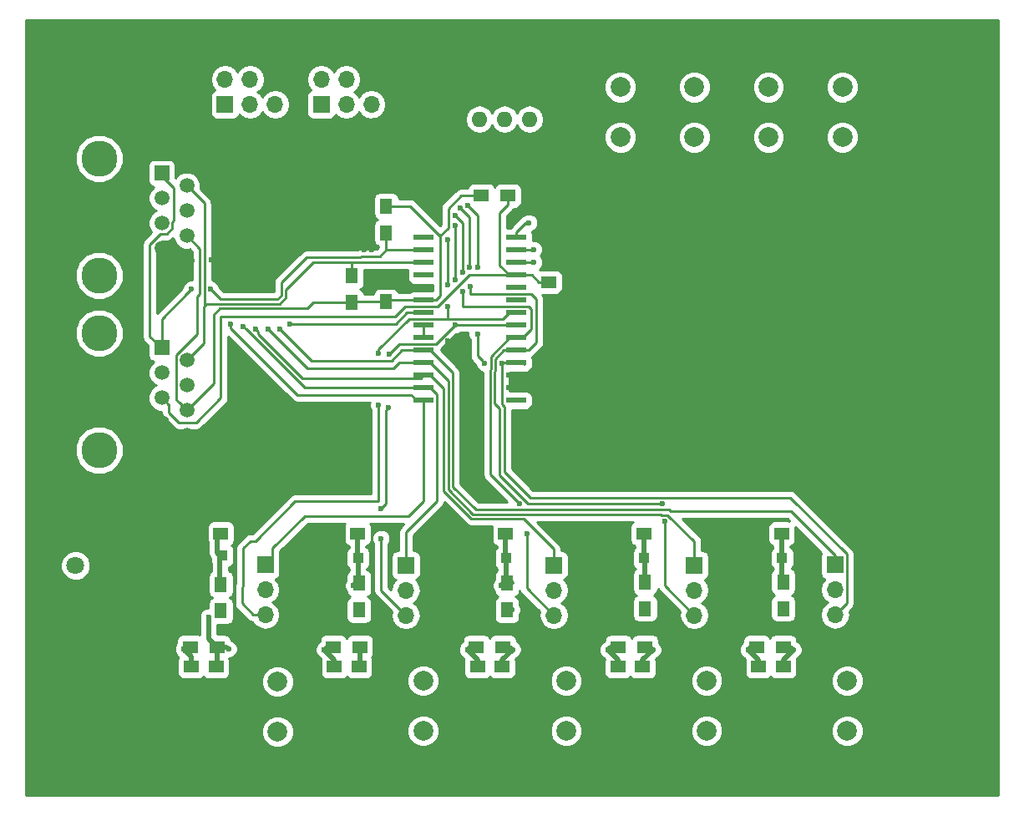
<source format=gbl>
G04 #@! TF.GenerationSoftware,KiCad,Pcbnew,(2017-11-24 revision a01d81e)-master*
G04 #@! TF.CreationDate,2018-01-08T17:27:27+01:00*
G04 #@! TF.ProjectId,PWRCTRLBRD,5057524354524C4252442E6B69636164,rev?*
G04 #@! TF.SameCoordinates,Original*
G04 #@! TF.FileFunction,Copper,L2,Bot,Signal*
G04 #@! TF.FilePolarity,Positive*
%FSLAX46Y46*%
G04 Gerber Fmt 4.6, Leading zero omitted, Abs format (unit mm)*
G04 Created by KiCad (PCBNEW (2017-11-24 revision a01d81e)-master) date Monday '08en' 08. January 2018 'kl'. 17.27.27*
%MOMM*%
%LPD*%
G01*
G04 APERTURE LIST*
%ADD10C,0.900000*%
%ADD11C,10.600000*%
%ADD12C,3.650000*%
%ADD13R,1.500000X1.500000*%
%ADD14C,1.500000*%
%ADD15R,1.250000X1.500000*%
%ADD16R,1.500000X1.250000*%
%ADD17C,2.000000*%
%ADD18R,1.300000X1.500000*%
%ADD19R,1.500000X1.300000*%
%ADD20R,1.600000X1.600000*%
%ADD21O,1.600000X1.600000*%
%ADD22R,2.000000X0.600000*%
%ADD23R,1.700000X1.700000*%
%ADD24O,1.700000X1.700000*%
%ADD25R,1.800000X1.800000*%
%ADD26C,1.800000*%
%ADD27R,1.100000X1.100000*%
%ADD28C,0.600000*%
%ADD29C,0.250000*%
%ADD30C,0.500000*%
%ADD31C,0.254000*%
G04 APERTURE END LIST*
D10*
X124834749Y-146881251D03*
X122024000Y-145717000D03*
X119213251Y-146881251D03*
X118049000Y-149692000D03*
X119213251Y-152502749D03*
X122024000Y-153667000D03*
X124834749Y-152502749D03*
X125999000Y-149692000D03*
D11*
X122024000Y-149692000D03*
X122024000Y-81692000D03*
D10*
X125999000Y-81692000D03*
X124834749Y-84502749D03*
X122024000Y-85667000D03*
X119213251Y-84502749D03*
X118049000Y-81692000D03*
X119213251Y-78881251D03*
X122024000Y-77717000D03*
X124834749Y-78881251D03*
X212434749Y-78881251D03*
X209624000Y-77717000D03*
X206813251Y-78881251D03*
X205649000Y-81692000D03*
X206813251Y-84502749D03*
X209624000Y-85667000D03*
X212434749Y-84502749D03*
X213599000Y-81692000D03*
D11*
X209624000Y-81692000D03*
D12*
X123974000Y-119992000D03*
X123974000Y-108122000D03*
D13*
X130324000Y-109612000D03*
D14*
X132864000Y-110882000D03*
X130324000Y-112152000D03*
X132864000Y-113422000D03*
X130324000Y-114692000D03*
X132864000Y-115962000D03*
X130324000Y-117232000D03*
X132864000Y-118502000D03*
D15*
X153074000Y-102442000D03*
X153074000Y-104942000D03*
D16*
X133324000Y-141942000D03*
X135824000Y-141942000D03*
X147824000Y-141942000D03*
X150324000Y-141942000D03*
X162324000Y-141942000D03*
X164824000Y-141942000D03*
X176574000Y-141942000D03*
X179074000Y-141942000D03*
X190824000Y-141942000D03*
X193324000Y-141942000D03*
D17*
X128324000Y-126442000D03*
X123244000Y-126442000D03*
X176824000Y-88272000D03*
X176824000Y-83192000D03*
X184324000Y-88272000D03*
X184324000Y-83192000D03*
X191824000Y-88272000D03*
X191824000Y-83192000D03*
X199324000Y-88272000D03*
X199324000Y-83192000D03*
X142074000Y-143442000D03*
X142074000Y-148522000D03*
D12*
X123974000Y-102282000D03*
X123974000Y-90412000D03*
D13*
X130324000Y-91902000D03*
D14*
X132864000Y-93172000D03*
X130324000Y-94442000D03*
X132864000Y-95712000D03*
X130324000Y-96982000D03*
X132864000Y-98252000D03*
X130324000Y-99522000D03*
X132864000Y-100792000D03*
D17*
X156824000Y-143362000D03*
X156824000Y-148442000D03*
X171324000Y-143362000D03*
X171324000Y-148442000D03*
X185574000Y-143362000D03*
X185574000Y-148442000D03*
X199824000Y-143362000D03*
X199824000Y-148442000D03*
D18*
X149574000Y-105042000D03*
X149574000Y-102342000D03*
D19*
X162724000Y-94192000D03*
X165424000Y-94192000D03*
D18*
X153074000Y-95242000D03*
X153074000Y-97942000D03*
D19*
X136324000Y-128442000D03*
X133624000Y-128442000D03*
X133224000Y-139942000D03*
X135924000Y-139942000D03*
X150174000Y-128442000D03*
X147474000Y-128442000D03*
X147724000Y-139942000D03*
X150424000Y-139942000D03*
X165174000Y-128442000D03*
X162474000Y-128442000D03*
X162224000Y-139942000D03*
X164924000Y-139942000D03*
X179174000Y-128442000D03*
X176474000Y-128442000D03*
X176624000Y-139942000D03*
X179324000Y-139942000D03*
X193174000Y-128442000D03*
X190474000Y-128442000D03*
X190624000Y-139942000D03*
X193324000Y-139942000D03*
D20*
X167614000Y-78822000D03*
D21*
X162534000Y-86442000D03*
X165074000Y-78822000D03*
X165074000Y-86442000D03*
X162534000Y-78822000D03*
X167614000Y-86442000D03*
D22*
X156874000Y-114947000D03*
X156874000Y-113677000D03*
X156874000Y-112407000D03*
X156874000Y-111137000D03*
X156874000Y-109867000D03*
X156874000Y-108597000D03*
X156874000Y-107327000D03*
X156874000Y-106057000D03*
X156874000Y-104787000D03*
X156874000Y-103517000D03*
X156874000Y-102247000D03*
X156874000Y-100977000D03*
X156874000Y-99707000D03*
X156874000Y-98437000D03*
X166274000Y-98437000D03*
X166274000Y-99707000D03*
X166274000Y-100977000D03*
X166274000Y-102247000D03*
X166274000Y-103517000D03*
X166274000Y-104787000D03*
X166274000Y-106057000D03*
X166274000Y-107327000D03*
X166274000Y-108597000D03*
X166274000Y-109867000D03*
X166274000Y-111137000D03*
X166274000Y-112407000D03*
X166274000Y-113677000D03*
X166274000Y-114947000D03*
D23*
X136744000Y-84942000D03*
D24*
X136744000Y-82402000D03*
X139284000Y-84942000D03*
X139284000Y-82402000D03*
X141824000Y-84942000D03*
X141824000Y-82402000D03*
D23*
X146494000Y-84942000D03*
D24*
X146494000Y-82402000D03*
X149034000Y-84942000D03*
X149034000Y-82402000D03*
X151574000Y-84942000D03*
X151574000Y-82402000D03*
D23*
X140824000Y-131612000D03*
D24*
X140824000Y-134152000D03*
X140824000Y-136692000D03*
D23*
X155074000Y-131652000D03*
D24*
X155074000Y-134192000D03*
X155074000Y-136732000D03*
D23*
X170074000Y-131652000D03*
D24*
X170074000Y-134192000D03*
X170074000Y-136732000D03*
D23*
X184324000Y-131652000D03*
D24*
X184324000Y-134192000D03*
X184324000Y-136732000D03*
D23*
X198574000Y-131612000D03*
D24*
X198574000Y-134152000D03*
X198574000Y-136692000D03*
D18*
X136324000Y-133592000D03*
X136324000Y-136292000D03*
X150324000Y-133492000D03*
X150324000Y-136192000D03*
X165324000Y-133492000D03*
X165324000Y-136192000D03*
X179324000Y-133342000D03*
X179324000Y-136042000D03*
X193324000Y-133342000D03*
X193324000Y-136042000D03*
D16*
X172074000Y-102942000D03*
X169574000Y-102942000D03*
D25*
X124114000Y-131692000D03*
D26*
X121574000Y-131692000D03*
D11*
X209624000Y-149692000D03*
D10*
X213599000Y-149692000D03*
X212434749Y-152502749D03*
X209624000Y-153667000D03*
X206813251Y-152502749D03*
X205649000Y-149692000D03*
X206813251Y-146881251D03*
X209624000Y-145717000D03*
X212434749Y-146881251D03*
D27*
X133674000Y-130692000D03*
X136474000Y-130692000D03*
X150224000Y-130942000D03*
X147424000Y-130942000D03*
X165224000Y-130942000D03*
X162424000Y-130942000D03*
X179224000Y-130942000D03*
X176424000Y-130942000D03*
X193224000Y-130942000D03*
X190424000Y-130942000D03*
D28*
X147574000Y-78192000D03*
X137824000Y-78192000D03*
X176424000Y-130942000D03*
X190424000Y-130942000D03*
X162424000Y-130942000D03*
X133424000Y-130692000D03*
X147424000Y-130942000D03*
X134124000Y-133482000D03*
X156874000Y-103517000D03*
X156874000Y-107327000D03*
X156874000Y-108597000D03*
X159324000Y-108942000D03*
X162824000Y-112442000D03*
X166274000Y-112407000D03*
X151574000Y-99692000D03*
X150824000Y-99692000D03*
X153074000Y-102442000D03*
X135324000Y-100692000D03*
X161319000Y-140217000D03*
X189769000Y-140217000D03*
X175544000Y-140242000D03*
X146819000Y-140217000D03*
X132544000Y-140142000D03*
X162724000Y-94192000D03*
X135074000Y-136902000D03*
X137104000Y-140142000D03*
X150424000Y-139942000D03*
X165879000Y-140217000D03*
X180104000Y-140242000D03*
X194329000Y-140217000D03*
X159324000Y-98692000D03*
X152324008Y-110192000D03*
X152324000Y-115442000D03*
X159324000Y-105442000D03*
X159324000Y-103192000D03*
X152574000Y-125942000D03*
X153370042Y-110271599D03*
X153324000Y-115692000D03*
X160049000Y-107327000D03*
X160074000Y-102692000D03*
X160074000Y-97192000D03*
X152574000Y-128942000D03*
X166574000Y-125416968D03*
X160824000Y-101942000D03*
X160074000Y-96192000D03*
X167324010Y-128442000D03*
X160824000Y-103942000D03*
X181071771Y-125416968D03*
X181324000Y-127192000D03*
X161523994Y-101445147D03*
X160565042Y-95444986D03*
X161574000Y-103442000D03*
X163074000Y-111192000D03*
X164824000Y-111192000D03*
X162324000Y-108192000D03*
X162324000Y-101442000D03*
X161324000Y-95192000D03*
X133324004Y-103692000D03*
X135274022Y-103692000D03*
X168074000Y-100942000D03*
X167998979Y-99639030D03*
X167548968Y-96944426D03*
X136324000Y-133592000D03*
X149774000Y-133732000D03*
X164774000Y-133732000D03*
X179324000Y-133342000D03*
X193324000Y-133342000D03*
X137324000Y-107192000D03*
X141074000Y-107692000D03*
X138574000Y-107442000D03*
X142324000Y-107692000D03*
X139824000Y-107692000D03*
X143324000Y-107192000D03*
X166274000Y-114947000D03*
X136324000Y-136292000D03*
X150324000Y-136192000D03*
X165824000Y-136192000D03*
X179324000Y-136042000D03*
X193324000Y-136042000D03*
D29*
X151574000Y-82402000D02*
X147574000Y-78402000D01*
X147574000Y-78402000D02*
X147574000Y-78192000D01*
X141824000Y-82402000D02*
X137824000Y-78402000D01*
X137824000Y-78402000D02*
X137824000Y-78192000D01*
D30*
X147474000Y-130892000D02*
X147424000Y-130942000D01*
X133424000Y-130692000D02*
X133424000Y-132782000D01*
X133424000Y-132782000D02*
X134124000Y-133482000D01*
D29*
X156874000Y-108597000D02*
X156874000Y-107327000D01*
X162524001Y-112142001D02*
X159324000Y-108942000D01*
X162824000Y-112442000D02*
X162524001Y-112142001D01*
X166274000Y-112407000D02*
X166274000Y-113677000D01*
X130324000Y-99522000D02*
X130324000Y-100582660D01*
X130324000Y-100582660D02*
X130533340Y-100792000D01*
X130533340Y-100792000D02*
X131803340Y-100792000D01*
X131803340Y-100792000D02*
X132864000Y-100792000D01*
X156874000Y-103517000D02*
X154024000Y-103517000D01*
X154024000Y-103517000D02*
X153074000Y-102567000D01*
X153074000Y-102567000D02*
X153074000Y-102442000D01*
D30*
X162324000Y-141942000D02*
X162324000Y-141222000D01*
X162324000Y-141222000D02*
X161319000Y-140217000D01*
X162224000Y-139942000D02*
X161594000Y-139942000D01*
X161594000Y-139942000D02*
X161319000Y-140217000D01*
X190824000Y-141942000D02*
X190824000Y-141272000D01*
X190824000Y-141272000D02*
X189769000Y-140217000D01*
X190624000Y-139942000D02*
X190044000Y-139942000D01*
X190044000Y-139942000D02*
X189769000Y-140217000D01*
X176574000Y-141942000D02*
X176574000Y-141272000D01*
X176574000Y-141272000D02*
X175544000Y-140242000D01*
X176624000Y-139942000D02*
X175844000Y-139942000D01*
X175844000Y-139942000D02*
X175544000Y-140242000D01*
X147824000Y-141942000D02*
X147824000Y-141222000D01*
X147824000Y-141222000D02*
X146819000Y-140217000D01*
X147724000Y-139942000D02*
X147094000Y-139942000D01*
X147094000Y-139942000D02*
X146819000Y-140217000D01*
X133324000Y-141942000D02*
X133324000Y-140922000D01*
X133324000Y-140922000D02*
X132544000Y-140142000D01*
X133224000Y-139942000D02*
X132744000Y-139942000D01*
X132744000Y-139942000D02*
X132544000Y-140142000D01*
D29*
X160685425Y-94192000D02*
X159383998Y-95493427D01*
X161724000Y-94192000D02*
X160685425Y-94192000D01*
X155487590Y-95242000D02*
X152574000Y-95242000D01*
X158574000Y-98251998D02*
X158497588Y-98251998D01*
X158497588Y-98251998D02*
X155487590Y-95242000D01*
X148674000Y-105042000D02*
X149574000Y-105042000D01*
X145674000Y-105042000D02*
X148674000Y-105042000D01*
X145074000Y-105642000D02*
X145674000Y-105042000D01*
X135574000Y-106305589D02*
X136237589Y-105642000D01*
X132864000Y-115962000D02*
X135574000Y-113252000D01*
X136237589Y-105642000D02*
X145074000Y-105642000D01*
X135574000Y-113252000D02*
X135574000Y-106305589D01*
X159383998Y-97442000D02*
X158574000Y-98251998D01*
X159383998Y-95493427D02*
X159383998Y-97442000D01*
X131788999Y-114886999D02*
X132114001Y-115212001D01*
X131788999Y-110365999D02*
X131788999Y-114886999D01*
X134199001Y-104128416D02*
X133949002Y-104378415D01*
X133949002Y-108205996D02*
X131788999Y-110365999D01*
X132864000Y-98252000D02*
X134199001Y-99587001D01*
X134199001Y-99587001D02*
X134199001Y-104128416D01*
X133949002Y-104378415D02*
X133949002Y-108205996D01*
X132114001Y-115212001D02*
X132864000Y-115962000D01*
X153074000Y-104942000D02*
X149674000Y-104942000D01*
X149674000Y-104942000D02*
X149574000Y-105042000D01*
X156874000Y-104787000D02*
X153229000Y-104787000D01*
X153229000Y-104787000D02*
X153074000Y-104942000D01*
X162724000Y-94192000D02*
X161724000Y-94192000D01*
X156874000Y-104787000D02*
X158124000Y-104787000D01*
X158124000Y-104787000D02*
X158574000Y-104337000D01*
X158574000Y-104337000D02*
X158574000Y-98251998D01*
D30*
X135924000Y-139942000D02*
X135074000Y-139092000D01*
X135074000Y-139092000D02*
X135074000Y-136902000D01*
X135924000Y-139942000D02*
X136904000Y-139942000D01*
X136904000Y-139942000D02*
X137104000Y-140142000D01*
X135924000Y-139942000D02*
X135924000Y-141842000D01*
X135924000Y-141842000D02*
X135824000Y-141942000D01*
X150424000Y-139942000D02*
X150424000Y-141842000D01*
X150424000Y-141842000D02*
X150324000Y-141942000D01*
X164924000Y-139942000D02*
X165604000Y-139942000D01*
X165604000Y-139942000D02*
X165879000Y-140217000D01*
X165074000Y-139792000D02*
X164924000Y-139942000D01*
X164824000Y-141942000D02*
X164824000Y-141272000D01*
X164824000Y-141272000D02*
X165879000Y-140217000D01*
X179324000Y-139942000D02*
X179804000Y-139942000D01*
X179804000Y-139942000D02*
X180104000Y-140242000D01*
X179074000Y-141942000D02*
X179074000Y-141272000D01*
X179074000Y-141272000D02*
X180104000Y-140242000D01*
X179074000Y-139692000D02*
X179324000Y-139942000D01*
X193324000Y-141942000D02*
X193324000Y-141222000D01*
X193324000Y-141222000D02*
X194329000Y-140217000D01*
X193324000Y-139942000D02*
X194054000Y-139942000D01*
X194054000Y-139942000D02*
X194329000Y-140217000D01*
X193074000Y-139692000D02*
X193324000Y-139942000D01*
D29*
X138574000Y-129942000D02*
X138574000Y-133766996D01*
X138448998Y-133891998D02*
X138448998Y-135519079D01*
X139621919Y-136692000D02*
X140824000Y-136692000D01*
X138574000Y-133766996D02*
X138448998Y-133891998D01*
X139324000Y-129192000D02*
X138574000Y-129942000D01*
X143824000Y-125192000D02*
X139824000Y-129192000D01*
X139824000Y-129192000D02*
X139324000Y-129192000D01*
X152324000Y-125192000D02*
X143824000Y-125192000D01*
X138448998Y-135519079D02*
X139621919Y-136692000D01*
X152324000Y-115442000D02*
X152324000Y-125192000D01*
X152324008Y-109767736D02*
X152324008Y-110192000D01*
X159324000Y-106701999D02*
X155389745Y-106701999D01*
X155389745Y-106701999D02*
X152324008Y-109767736D01*
X164929001Y-106701999D02*
X159324000Y-106701999D01*
X159324000Y-105442000D02*
X159324000Y-106701999D01*
X159324000Y-99116264D02*
X159324000Y-103192000D01*
X159324000Y-98692000D02*
X159324000Y-99116264D01*
X166274000Y-106057000D02*
X165574000Y-106057000D01*
X165574000Y-106057000D02*
X164929001Y-106701999D01*
X152574000Y-125942000D02*
X153074000Y-125442000D01*
X153074000Y-125442000D02*
X153074000Y-115942000D01*
X153074000Y-115942000D02*
X153324000Y-115692000D01*
X154399642Y-109241999D02*
X153670041Y-109971600D01*
X160049000Y-107327000D02*
X158134001Y-109241999D01*
X153670041Y-109971600D02*
X153370042Y-110271599D01*
X158134001Y-109241999D02*
X154399642Y-109241999D01*
X160074000Y-102692000D02*
X160074000Y-97192000D01*
X166274000Y-107327000D02*
X160049000Y-107327000D01*
X152574000Y-128942000D02*
X152574000Y-134232000D01*
X152574000Y-134232000D02*
X155074000Y-136732000D01*
X166274000Y-108597000D02*
X165574000Y-108597000D01*
X163699002Y-110471998D02*
X163699002Y-111755615D01*
X163699002Y-111755615D02*
X163623989Y-111830628D01*
X163623989Y-111830628D02*
X163623989Y-122466957D01*
X163623989Y-122466957D02*
X166274001Y-125116969D01*
X165574000Y-108597000D02*
X163699002Y-110471998D01*
X166274001Y-125116969D02*
X166574000Y-125416968D01*
X160824000Y-96942000D02*
X160824000Y-101942000D01*
X160373999Y-96491999D02*
X160824000Y-96942000D01*
X160074000Y-96192000D02*
X160373999Y-96491999D01*
X167324010Y-133982010D02*
X167324010Y-128866264D01*
X167324010Y-128866264D02*
X167324010Y-128442000D01*
X170074000Y-136732000D02*
X167324010Y-133982010D01*
X160824000Y-103942000D02*
X160824000Y-105442000D01*
X160824000Y-105442000D02*
X160834001Y-105431999D01*
X160834001Y-105431999D02*
X167534001Y-105431999D01*
X167534001Y-105431999D02*
X167824000Y-105721998D01*
X167824000Y-107747000D02*
X166974000Y-108597000D01*
X167824000Y-105721998D02*
X167824000Y-107747000D01*
X166974000Y-108597000D02*
X166274000Y-108597000D01*
X164574000Y-115768413D02*
X164574000Y-122516996D01*
X164149013Y-111942015D02*
X164074000Y-112017028D01*
X164074000Y-115268413D02*
X164574000Y-115768413D01*
X164074000Y-112017028D02*
X164074000Y-115268413D01*
X164149013Y-110741987D02*
X164149013Y-111942015D01*
X166274000Y-109867000D02*
X165024000Y-109867000D01*
X167473972Y-125416968D02*
X180647507Y-125416968D01*
X180647507Y-125416968D02*
X181071771Y-125416968D01*
X165024000Y-109867000D02*
X164149013Y-110741987D01*
X164574000Y-122516996D02*
X167473972Y-125416968D01*
X181324000Y-127616264D02*
X181324000Y-127192000D01*
X184324000Y-136732000D02*
X181324000Y-133732000D01*
X181324000Y-133732000D02*
X181324000Y-127616264D01*
X161523994Y-96403938D02*
X161523994Y-101020883D01*
X160565042Y-95444986D02*
X161523994Y-96403938D01*
X161523994Y-101020883D02*
X161523994Y-101445147D01*
X161604001Y-104161999D02*
X161574000Y-104131998D01*
X161574000Y-104131998D02*
X161574000Y-103442000D01*
X168324000Y-104692000D02*
X167793999Y-104161999D01*
X167793999Y-104161999D02*
X161604001Y-104161999D01*
X168324000Y-109067000D02*
X168324000Y-104692000D01*
X166274000Y-109867000D02*
X167524000Y-109867000D01*
X167524000Y-109867000D02*
X168324000Y-109067000D01*
X164824000Y-111616264D02*
X164824000Y-111192000D01*
X165074000Y-115632002D02*
X164824000Y-115382002D01*
X165074000Y-122192000D02*
X165074000Y-115632002D01*
X194038969Y-124791967D02*
X167673967Y-124791967D01*
X199749001Y-130501999D02*
X194038969Y-124791967D01*
X167673967Y-124791967D02*
X165074000Y-122192000D01*
X199749001Y-135516999D02*
X199749001Y-130501999D01*
X164824000Y-115382002D02*
X164824000Y-111616264D01*
X198574000Y-136692000D02*
X199749001Y-135516999D01*
X162324000Y-108192000D02*
X162324000Y-110442000D01*
X162774001Y-110892001D02*
X163074000Y-111192000D01*
X162324000Y-110442000D02*
X162774001Y-110892001D01*
X164879000Y-111137000D02*
X164824000Y-111192000D01*
X166274000Y-111137000D02*
X164879000Y-111137000D01*
X162324000Y-96192000D02*
X162324000Y-101442000D01*
X161324000Y-95192000D02*
X162324000Y-96192000D01*
X166974000Y-111137000D02*
X167074000Y-111237000D01*
X166274000Y-111137000D02*
X166974000Y-111137000D01*
X153074000Y-99707000D02*
X152463999Y-100317001D01*
X152463999Y-100317001D02*
X150559000Y-100317001D01*
X150434001Y-100442000D02*
X144999002Y-100442000D01*
X150559000Y-100317001D02*
X150434001Y-100442000D01*
X144999002Y-100442000D02*
X142449001Y-102992001D01*
X142449001Y-102992001D02*
X142449001Y-104316999D01*
X142449001Y-104316999D02*
X142074000Y-104692000D01*
X142074000Y-104692000D02*
X136274022Y-104692000D01*
X136274022Y-104692000D02*
X135574021Y-103991999D01*
X135574021Y-103991999D02*
X135274022Y-103692000D01*
X130324000Y-106692004D02*
X133024005Y-103991999D01*
X133024005Y-103991999D02*
X133324004Y-103692000D01*
X130324000Y-109612000D02*
X130324000Y-106692004D01*
X153074000Y-97942000D02*
X153074000Y-99707000D01*
X153074000Y-99707000D02*
X156874000Y-99707000D01*
X130324000Y-91902000D02*
X130324000Y-92192000D01*
X130324000Y-92192000D02*
X131574000Y-93442000D01*
X131399001Y-96866999D02*
X131399001Y-97498001D01*
X131574000Y-93442000D02*
X131574000Y-96692000D01*
X131574000Y-96692000D02*
X131399001Y-96866999D01*
X130208999Y-98057001D02*
X129074000Y-99192000D01*
X131399001Y-97498001D02*
X130840001Y-98057001D01*
X130840001Y-98057001D02*
X130208999Y-98057001D01*
X129074000Y-99192000D02*
X129074000Y-108442000D01*
X129074000Y-108442000D02*
X130324000Y-109692000D01*
X142899012Y-104503399D02*
X142899012Y-103753399D01*
X142899012Y-103753399D02*
X145675411Y-100977000D01*
X134873989Y-105142011D02*
X142260400Y-105142011D01*
X145675411Y-100977000D02*
X149574000Y-100977000D01*
X134574000Y-105442000D02*
X134873989Y-105142011D01*
X142260400Y-105142011D02*
X142899012Y-104503399D01*
X132864000Y-93172000D02*
X134649012Y-94957012D01*
X134649012Y-94957012D02*
X134649012Y-105366988D01*
X134649012Y-105366988D02*
X134574000Y-105442000D01*
X149574000Y-100977000D02*
X156874000Y-100977000D01*
X149574000Y-102342000D02*
X149574000Y-100977000D01*
X134574000Y-107942000D02*
X134574000Y-105442000D01*
X134574000Y-109172000D02*
X134574000Y-107942000D01*
X132864000Y-110882000D02*
X134574000Y-109172000D01*
X165574000Y-102247000D02*
X161519000Y-102247000D01*
X158144002Y-105442000D02*
X158134001Y-105431999D01*
X161519000Y-102247000D02*
X158324000Y-105442000D01*
X158324000Y-105442000D02*
X158144002Y-105442000D01*
X153985389Y-106442000D02*
X136324000Y-106442000D01*
X158134001Y-105431999D02*
X154995390Y-105431999D01*
X133824000Y-117192000D02*
X132074000Y-117192000D01*
X154995390Y-105431999D02*
X153985389Y-106442000D01*
X136324000Y-114692000D02*
X133824000Y-117192000D01*
X136324000Y-106442000D02*
X136324000Y-114692000D01*
X131073999Y-115441999D02*
X130324000Y-114692000D01*
X132074000Y-117192000D02*
X131073999Y-116191999D01*
X131073999Y-116191999D02*
X131073999Y-115441999D01*
X169574000Y-102942000D02*
X168574000Y-102942000D01*
X168574000Y-102942000D02*
X167879000Y-102247000D01*
X167879000Y-102247000D02*
X167524000Y-102247000D01*
X167524000Y-102247000D02*
X166274000Y-102247000D01*
X165424000Y-94192000D02*
X165424000Y-95092000D01*
X165424000Y-95092000D02*
X164574000Y-95942000D01*
X164574000Y-95942000D02*
X164574000Y-101247000D01*
X164574000Y-101247000D02*
X165574000Y-102247000D01*
X165574000Y-102247000D02*
X166274000Y-102247000D01*
X166274000Y-100977000D02*
X168039000Y-100977000D01*
X168039000Y-100977000D02*
X168074000Y-100942000D01*
X166274000Y-100977000D02*
X166974000Y-100977000D01*
X166274000Y-99707000D02*
X167931009Y-99707000D01*
X167931009Y-99707000D02*
X167998979Y-99639030D01*
X166974000Y-99707000D02*
X166274000Y-99707000D01*
X166274000Y-97887000D02*
X167216574Y-96944426D01*
X166274000Y-98437000D02*
X166274000Y-97887000D01*
X167216574Y-96944426D02*
X167548968Y-96944426D01*
D30*
X135924000Y-128442000D02*
X135924000Y-130392000D01*
X135924000Y-130392000D02*
X136224000Y-130692000D01*
X136224000Y-130692000D02*
X136224000Y-133492000D01*
X136224000Y-133492000D02*
X136324000Y-133592000D01*
X150224000Y-130942000D02*
X150224000Y-133392000D01*
X150224000Y-133392000D02*
X150324000Y-133492000D01*
X150174000Y-128442000D02*
X150174000Y-130892000D01*
X150174000Y-130892000D02*
X150224000Y-130942000D01*
X150324000Y-133492000D02*
X150014000Y-133492000D01*
X150014000Y-133492000D02*
X149774000Y-133732000D01*
X165224000Y-130942000D02*
X165224000Y-132892000D01*
X165224000Y-132892000D02*
X165824000Y-133492000D01*
X165174000Y-128442000D02*
X165174000Y-130892000D01*
X165174000Y-130892000D02*
X165224000Y-130942000D01*
X165824000Y-133492000D02*
X165014000Y-133492000D01*
X165014000Y-133492000D02*
X164774000Y-133732000D01*
X179174000Y-128442000D02*
X179174000Y-130892000D01*
X179174000Y-130892000D02*
X179224000Y-130942000D01*
X179324000Y-133342000D02*
X179324000Y-131042000D01*
X179324000Y-131042000D02*
X179224000Y-130942000D01*
X193174000Y-128442000D02*
X193174000Y-130892000D01*
X193174000Y-130892000D02*
X193224000Y-130942000D01*
X193224000Y-130942000D02*
X193224000Y-133242000D01*
X193224000Y-133242000D02*
X193324000Y-133342000D01*
D29*
X155324000Y-126692000D02*
X144824000Y-126692000D01*
X141574000Y-130862000D02*
X140824000Y-131612000D01*
X156874000Y-125142000D02*
X155324000Y-126692000D01*
X141574000Y-129942000D02*
X141574000Y-130862000D01*
X144824000Y-126692000D02*
X141574000Y-129942000D01*
X156874000Y-114947000D02*
X156874000Y-125142000D01*
X144104736Y-114397000D02*
X137324000Y-107616264D01*
X156174000Y-114947000D02*
X155624000Y-114397000D01*
X137324000Y-107616264D02*
X137324000Y-107192000D01*
X155624000Y-114397000D02*
X144104736Y-114397000D01*
X156874000Y-114947000D02*
X156174000Y-114947000D01*
X161873989Y-126491989D02*
X180948989Y-126491989D01*
X184324000Y-129266998D02*
X184324000Y-130552000D01*
X159373989Y-123991989D02*
X161873989Y-126491989D01*
X184324000Y-130552000D02*
X184324000Y-131652000D01*
X159373989Y-112936989D02*
X159373989Y-123991989D01*
X181023999Y-126566999D02*
X181624001Y-126566999D01*
X157574000Y-111137000D02*
X159373989Y-112936989D01*
X181624001Y-126566999D02*
X184324000Y-129266998D01*
X180948989Y-126491989D02*
X181023999Y-126566999D01*
X156874000Y-111137000D02*
X157574000Y-111137000D01*
X141074000Y-107692000D02*
X145074000Y-111692000D01*
X145074000Y-111692000D02*
X153824000Y-111692000D01*
X153824000Y-111692000D02*
X154379000Y-111137000D01*
X154379000Y-111137000D02*
X156874000Y-111137000D01*
X144809000Y-113677000D02*
X138873999Y-107741999D01*
X156874000Y-113677000D02*
X144809000Y-113677000D01*
X138873999Y-107741999D02*
X138574000Y-107442000D01*
X158199001Y-125176999D02*
X155074000Y-128302000D01*
X155074000Y-128302000D02*
X155074000Y-131652000D01*
X155074000Y-131652000D02*
X155074000Y-130552000D01*
X158199001Y-125176999D02*
X158199001Y-114302001D01*
X157574000Y-113677000D02*
X156874000Y-113677000D01*
X158199001Y-114302001D02*
X157574000Y-113677000D01*
X198574000Y-130692000D02*
X194074000Y-126192000D01*
X159824000Y-123692000D02*
X159824000Y-112117000D01*
X157574000Y-109867000D02*
X156874000Y-109867000D01*
X181885413Y-126192000D02*
X181735391Y-126041978D01*
X198574000Y-131612000D02*
X198574000Y-130692000D01*
X194074000Y-126192000D02*
X181885413Y-126192000D01*
X181735391Y-126041978D02*
X162173978Y-126041978D01*
X162173978Y-126041978D02*
X159824000Y-123692000D01*
X159824000Y-112117000D02*
X157574000Y-109867000D01*
X142324000Y-107692000D02*
X145528601Y-110896601D01*
X154699645Y-109867000D02*
X155624000Y-109867000D01*
X153670044Y-110896601D02*
X154699645Y-109867000D01*
X155624000Y-109867000D02*
X156874000Y-109867000D01*
X145528601Y-110896601D02*
X153670044Y-110896601D01*
X166999002Y-126942000D02*
X161687589Y-126942000D01*
X170074000Y-130016998D02*
X166999002Y-126942000D01*
X161687589Y-126942000D02*
X158923978Y-124178389D01*
X158923978Y-113756978D02*
X157574000Y-112407000D01*
X170074000Y-131652000D02*
X170074000Y-130016998D01*
X158923978Y-124178389D02*
X158923978Y-113756978D01*
X157574000Y-112407000D02*
X156874000Y-112407000D01*
X156874000Y-112407000D02*
X156589000Y-112692000D01*
X156589000Y-112692000D02*
X144574000Y-112692000D01*
X144574000Y-112692000D02*
X140123999Y-108241999D01*
X140123999Y-108241999D02*
X140123999Y-107991999D01*
X140123999Y-107991999D02*
X139824000Y-107692000D01*
X155209000Y-106057000D02*
X154074000Y-107192000D01*
X154074000Y-107192000D02*
X143324000Y-107192000D01*
X156874000Y-106057000D02*
X155209000Y-106057000D01*
D31*
G36*
X215114000Y-154982000D02*
X116534000Y-154982000D01*
X116534000Y-153881873D01*
X120938812Y-153881873D01*
X121103646Y-154280800D01*
X121408595Y-154586282D01*
X121807233Y-154751811D01*
X122238873Y-154752188D01*
X122637800Y-154587354D01*
X122943282Y-154282405D01*
X123108811Y-153883767D01*
X123108812Y-153881873D01*
X208538812Y-153881873D01*
X208703646Y-154280800D01*
X209008595Y-154586282D01*
X209407233Y-154751811D01*
X209838873Y-154752188D01*
X210237800Y-154587354D01*
X210543282Y-154282405D01*
X210708811Y-153883767D01*
X210709188Y-153452127D01*
X210544354Y-153053200D01*
X210239405Y-152747718D01*
X210166926Y-152717622D01*
X211349561Y-152717622D01*
X211514395Y-153116549D01*
X211819344Y-153422031D01*
X212217982Y-153587560D01*
X212649622Y-153587937D01*
X213048549Y-153423103D01*
X213354031Y-153118154D01*
X213519560Y-152719516D01*
X213519937Y-152287876D01*
X213355103Y-151888949D01*
X213050154Y-151583467D01*
X212651516Y-151417938D01*
X212219876Y-151417561D01*
X211820949Y-151582395D01*
X211515467Y-151887344D01*
X211349938Y-152285982D01*
X211349561Y-152717622D01*
X210166926Y-152717622D01*
X209840767Y-152582189D01*
X209409127Y-152581812D01*
X209010200Y-152746646D01*
X208704718Y-153051595D01*
X208539189Y-153450233D01*
X208538812Y-153881873D01*
X123108812Y-153881873D01*
X123109188Y-153452127D01*
X122944354Y-153053200D01*
X122639405Y-152747718D01*
X122566926Y-152717622D01*
X123749561Y-152717622D01*
X123914395Y-153116549D01*
X124219344Y-153422031D01*
X124617982Y-153587560D01*
X125049622Y-153587937D01*
X125448549Y-153423103D01*
X125754031Y-153118154D01*
X125919560Y-152719516D01*
X125919561Y-152717622D01*
X205728063Y-152717622D01*
X205892897Y-153116549D01*
X206197846Y-153422031D01*
X206596484Y-153587560D01*
X207028124Y-153587937D01*
X207427051Y-153423103D01*
X207732533Y-153118154D01*
X207898062Y-152719516D01*
X207898439Y-152287876D01*
X207733605Y-151888949D01*
X207428656Y-151583467D01*
X207030018Y-151417938D01*
X206598378Y-151417561D01*
X206199451Y-151582395D01*
X205893969Y-151887344D01*
X205728440Y-152285982D01*
X205728063Y-152717622D01*
X125919561Y-152717622D01*
X125919937Y-152287876D01*
X125755103Y-151888949D01*
X125450154Y-151583467D01*
X125051516Y-151417938D01*
X124619876Y-151417561D01*
X124220949Y-151582395D01*
X123915467Y-151887344D01*
X123749938Y-152285982D01*
X123749561Y-152717622D01*
X122566926Y-152717622D01*
X122240767Y-152582189D01*
X121809127Y-152581812D01*
X121410200Y-152746646D01*
X121104718Y-153051595D01*
X120939189Y-153450233D01*
X120938812Y-153881873D01*
X116534000Y-153881873D01*
X116534000Y-152717622D01*
X118128063Y-152717622D01*
X118292897Y-153116549D01*
X118597846Y-153422031D01*
X118996484Y-153587560D01*
X119428124Y-153587937D01*
X119827051Y-153423103D01*
X120132533Y-153118154D01*
X120298062Y-152719516D01*
X120298439Y-152287876D01*
X120133605Y-151888949D01*
X119828656Y-151583467D01*
X119430018Y-151417938D01*
X118998378Y-151417561D01*
X118599451Y-151582395D01*
X118293969Y-151887344D01*
X118128440Y-152285982D01*
X118128063Y-152717622D01*
X116534000Y-152717622D01*
X116534000Y-149906873D01*
X116963812Y-149906873D01*
X117128646Y-150305800D01*
X117433595Y-150611282D01*
X117832233Y-150776811D01*
X118263873Y-150777188D01*
X118662800Y-150612354D01*
X118968282Y-150307405D01*
X119133811Y-149908767D01*
X119133812Y-149906873D01*
X124913812Y-149906873D01*
X125078646Y-150305800D01*
X125383595Y-150611282D01*
X125782233Y-150776811D01*
X126213873Y-150777188D01*
X126612800Y-150612354D01*
X126918282Y-150307405D01*
X127083811Y-149908767D01*
X127084188Y-149477127D01*
X126919354Y-149078200D01*
X126687355Y-148845795D01*
X140438716Y-148845795D01*
X140687106Y-149446943D01*
X141146637Y-149907278D01*
X141747352Y-150156716D01*
X142397795Y-150157284D01*
X142998943Y-149908894D01*
X143459278Y-149449363D01*
X143708716Y-148848648D01*
X143708788Y-148765795D01*
X155188716Y-148765795D01*
X155437106Y-149366943D01*
X155896637Y-149827278D01*
X156497352Y-150076716D01*
X157147795Y-150077284D01*
X157748943Y-149828894D01*
X158209278Y-149369363D01*
X158458716Y-148768648D01*
X158458718Y-148765795D01*
X169688716Y-148765795D01*
X169937106Y-149366943D01*
X170396637Y-149827278D01*
X170997352Y-150076716D01*
X171647795Y-150077284D01*
X172248943Y-149828894D01*
X172709278Y-149369363D01*
X172958716Y-148768648D01*
X172958718Y-148765795D01*
X183938716Y-148765795D01*
X184187106Y-149366943D01*
X184646637Y-149827278D01*
X185247352Y-150076716D01*
X185897795Y-150077284D01*
X186498943Y-149828894D01*
X186959278Y-149369363D01*
X187208716Y-148768648D01*
X187208718Y-148765795D01*
X198188716Y-148765795D01*
X198437106Y-149366943D01*
X198896637Y-149827278D01*
X199497352Y-150076716D01*
X200147795Y-150077284D01*
X200560219Y-149906873D01*
X204563812Y-149906873D01*
X204728646Y-150305800D01*
X205033595Y-150611282D01*
X205432233Y-150776811D01*
X205863873Y-150777188D01*
X206262800Y-150612354D01*
X206568282Y-150307405D01*
X206733811Y-149908767D01*
X206733812Y-149906873D01*
X212513812Y-149906873D01*
X212678646Y-150305800D01*
X212983595Y-150611282D01*
X213382233Y-150776811D01*
X213813873Y-150777188D01*
X214212800Y-150612354D01*
X214518282Y-150307405D01*
X214683811Y-149908767D01*
X214684188Y-149477127D01*
X214519354Y-149078200D01*
X214214405Y-148772718D01*
X213815767Y-148607189D01*
X213384127Y-148606812D01*
X212985200Y-148771646D01*
X212679718Y-149076595D01*
X212514189Y-149475233D01*
X212513812Y-149906873D01*
X206733812Y-149906873D01*
X206734188Y-149477127D01*
X206569354Y-149078200D01*
X206264405Y-148772718D01*
X205865767Y-148607189D01*
X205434127Y-148606812D01*
X205035200Y-148771646D01*
X204729718Y-149076595D01*
X204564189Y-149475233D01*
X204563812Y-149906873D01*
X200560219Y-149906873D01*
X200748943Y-149828894D01*
X201209278Y-149369363D01*
X201458716Y-148768648D01*
X201459284Y-148118205D01*
X201210894Y-147517057D01*
X200790697Y-147096124D01*
X205728063Y-147096124D01*
X205892897Y-147495051D01*
X206197846Y-147800533D01*
X206596484Y-147966062D01*
X207028124Y-147966439D01*
X207427051Y-147801605D01*
X207732533Y-147496656D01*
X207898062Y-147098018D01*
X207898063Y-147096124D01*
X211349561Y-147096124D01*
X211514395Y-147495051D01*
X211819344Y-147800533D01*
X212217982Y-147966062D01*
X212649622Y-147966439D01*
X213048549Y-147801605D01*
X213354031Y-147496656D01*
X213519560Y-147098018D01*
X213519937Y-146666378D01*
X213355103Y-146267451D01*
X213050154Y-145961969D01*
X212651516Y-145796440D01*
X212219876Y-145796063D01*
X211820949Y-145960897D01*
X211515467Y-146265846D01*
X211349938Y-146664484D01*
X211349561Y-147096124D01*
X207898063Y-147096124D01*
X207898439Y-146666378D01*
X207733605Y-146267451D01*
X207428656Y-145961969D01*
X207356177Y-145931873D01*
X208538812Y-145931873D01*
X208703646Y-146330800D01*
X209008595Y-146636282D01*
X209407233Y-146801811D01*
X209838873Y-146802188D01*
X210237800Y-146637354D01*
X210543282Y-146332405D01*
X210708811Y-145933767D01*
X210709188Y-145502127D01*
X210544354Y-145103200D01*
X210239405Y-144797718D01*
X209840767Y-144632189D01*
X209409127Y-144631812D01*
X209010200Y-144796646D01*
X208704718Y-145101595D01*
X208539189Y-145500233D01*
X208538812Y-145931873D01*
X207356177Y-145931873D01*
X207030018Y-145796440D01*
X206598378Y-145796063D01*
X206199451Y-145960897D01*
X205893969Y-146265846D01*
X205728440Y-146664484D01*
X205728063Y-147096124D01*
X200790697Y-147096124D01*
X200751363Y-147056722D01*
X200150648Y-146807284D01*
X199500205Y-146806716D01*
X198899057Y-147055106D01*
X198438722Y-147514637D01*
X198189284Y-148115352D01*
X198188716Y-148765795D01*
X187208718Y-148765795D01*
X187209284Y-148118205D01*
X186960894Y-147517057D01*
X186501363Y-147056722D01*
X185900648Y-146807284D01*
X185250205Y-146806716D01*
X184649057Y-147055106D01*
X184188722Y-147514637D01*
X183939284Y-148115352D01*
X183938716Y-148765795D01*
X172958718Y-148765795D01*
X172959284Y-148118205D01*
X172710894Y-147517057D01*
X172251363Y-147056722D01*
X171650648Y-146807284D01*
X171000205Y-146806716D01*
X170399057Y-147055106D01*
X169938722Y-147514637D01*
X169689284Y-148115352D01*
X169688716Y-148765795D01*
X158458718Y-148765795D01*
X158459284Y-148118205D01*
X158210894Y-147517057D01*
X157751363Y-147056722D01*
X157150648Y-146807284D01*
X156500205Y-146806716D01*
X155899057Y-147055106D01*
X155438722Y-147514637D01*
X155189284Y-148115352D01*
X155188716Y-148765795D01*
X143708788Y-148765795D01*
X143709284Y-148198205D01*
X143460894Y-147597057D01*
X143001363Y-147136722D01*
X142400648Y-146887284D01*
X141750205Y-146886716D01*
X141149057Y-147135106D01*
X140688722Y-147594637D01*
X140439284Y-148195352D01*
X140438716Y-148845795D01*
X126687355Y-148845795D01*
X126614405Y-148772718D01*
X126215767Y-148607189D01*
X125784127Y-148606812D01*
X125385200Y-148771646D01*
X125079718Y-149076595D01*
X124914189Y-149475233D01*
X124913812Y-149906873D01*
X119133812Y-149906873D01*
X119134188Y-149477127D01*
X118969354Y-149078200D01*
X118664405Y-148772718D01*
X118265767Y-148607189D01*
X117834127Y-148606812D01*
X117435200Y-148771646D01*
X117129718Y-149076595D01*
X116964189Y-149475233D01*
X116963812Y-149906873D01*
X116534000Y-149906873D01*
X116534000Y-147096124D01*
X118128063Y-147096124D01*
X118292897Y-147495051D01*
X118597846Y-147800533D01*
X118996484Y-147966062D01*
X119428124Y-147966439D01*
X119827051Y-147801605D01*
X120132533Y-147496656D01*
X120298062Y-147098018D01*
X120298063Y-147096124D01*
X123749561Y-147096124D01*
X123914395Y-147495051D01*
X124219344Y-147800533D01*
X124617982Y-147966062D01*
X125049622Y-147966439D01*
X125448549Y-147801605D01*
X125754031Y-147496656D01*
X125919560Y-147098018D01*
X125919937Y-146666378D01*
X125755103Y-146267451D01*
X125450154Y-145961969D01*
X125051516Y-145796440D01*
X124619876Y-145796063D01*
X124220949Y-145960897D01*
X123915467Y-146265846D01*
X123749938Y-146664484D01*
X123749561Y-147096124D01*
X120298063Y-147096124D01*
X120298439Y-146666378D01*
X120133605Y-146267451D01*
X119828656Y-145961969D01*
X119756177Y-145931873D01*
X120938812Y-145931873D01*
X121103646Y-146330800D01*
X121408595Y-146636282D01*
X121807233Y-146801811D01*
X122238873Y-146802188D01*
X122637800Y-146637354D01*
X122943282Y-146332405D01*
X123108811Y-145933767D01*
X123109188Y-145502127D01*
X122944354Y-145103200D01*
X122639405Y-144797718D01*
X122240767Y-144632189D01*
X121809127Y-144631812D01*
X121410200Y-144796646D01*
X121104718Y-145101595D01*
X120939189Y-145500233D01*
X120938812Y-145931873D01*
X119756177Y-145931873D01*
X119430018Y-145796440D01*
X118998378Y-145796063D01*
X118599451Y-145960897D01*
X118293969Y-146265846D01*
X118128440Y-146664484D01*
X118128063Y-147096124D01*
X116534000Y-147096124D01*
X116534000Y-143765795D01*
X140438716Y-143765795D01*
X140687106Y-144366943D01*
X141146637Y-144827278D01*
X141747352Y-145076716D01*
X142397795Y-145077284D01*
X142998943Y-144828894D01*
X143459278Y-144369363D01*
X143708716Y-143768648D01*
X143708788Y-143685795D01*
X155188716Y-143685795D01*
X155437106Y-144286943D01*
X155896637Y-144747278D01*
X156497352Y-144996716D01*
X157147795Y-144997284D01*
X157748943Y-144748894D01*
X158209278Y-144289363D01*
X158458716Y-143688648D01*
X158458718Y-143685795D01*
X169688716Y-143685795D01*
X169937106Y-144286943D01*
X170396637Y-144747278D01*
X170997352Y-144996716D01*
X171647795Y-144997284D01*
X172248943Y-144748894D01*
X172709278Y-144289363D01*
X172958716Y-143688648D01*
X172958718Y-143685795D01*
X183938716Y-143685795D01*
X184187106Y-144286943D01*
X184646637Y-144747278D01*
X185247352Y-144996716D01*
X185897795Y-144997284D01*
X186498943Y-144748894D01*
X186959278Y-144289363D01*
X187208716Y-143688648D01*
X187208718Y-143685795D01*
X198188716Y-143685795D01*
X198437106Y-144286943D01*
X198896637Y-144747278D01*
X199497352Y-144996716D01*
X200147795Y-144997284D01*
X200748943Y-144748894D01*
X201209278Y-144289363D01*
X201458716Y-143688648D01*
X201459284Y-143038205D01*
X201210894Y-142437057D01*
X200751363Y-141976722D01*
X200150648Y-141727284D01*
X199500205Y-141726716D01*
X198899057Y-141975106D01*
X198438722Y-142434637D01*
X198189284Y-143035352D01*
X198188716Y-143685795D01*
X187208718Y-143685795D01*
X187209284Y-143038205D01*
X186960894Y-142437057D01*
X186501363Y-141976722D01*
X185900648Y-141727284D01*
X185250205Y-141726716D01*
X184649057Y-141975106D01*
X184188722Y-142434637D01*
X183939284Y-143035352D01*
X183938716Y-143685795D01*
X172958718Y-143685795D01*
X172959284Y-143038205D01*
X172710894Y-142437057D01*
X172251363Y-141976722D01*
X171650648Y-141727284D01*
X171000205Y-141726716D01*
X170399057Y-141975106D01*
X169938722Y-142434637D01*
X169689284Y-143035352D01*
X169688716Y-143685795D01*
X158458718Y-143685795D01*
X158459284Y-143038205D01*
X158210894Y-142437057D01*
X157751363Y-141976722D01*
X157150648Y-141727284D01*
X156500205Y-141726716D01*
X155899057Y-141975106D01*
X155438722Y-142434637D01*
X155189284Y-143035352D01*
X155188716Y-143685795D01*
X143708788Y-143685795D01*
X143709284Y-143118205D01*
X143460894Y-142517057D01*
X143001363Y-142056722D01*
X142400648Y-141807284D01*
X141750205Y-141806716D01*
X141149057Y-142055106D01*
X140688722Y-142514637D01*
X140439284Y-143115352D01*
X140438716Y-143765795D01*
X116534000Y-143765795D01*
X116534000Y-140327167D01*
X131608838Y-140327167D01*
X131750883Y-140670943D01*
X131865002Y-140785261D01*
X131875843Y-140839765D01*
X132002507Y-141029330D01*
X131975843Y-141069235D01*
X131926560Y-141317000D01*
X131926560Y-142567000D01*
X131975843Y-142814765D01*
X132116191Y-143024809D01*
X132326235Y-143165157D01*
X132574000Y-143214440D01*
X134074000Y-143214440D01*
X134321765Y-143165157D01*
X134531809Y-143024809D01*
X134574000Y-142961666D01*
X134616191Y-143024809D01*
X134826235Y-143165157D01*
X135074000Y-143214440D01*
X136574000Y-143214440D01*
X136821765Y-143165157D01*
X137031809Y-143024809D01*
X137172157Y-142814765D01*
X137221440Y-142567000D01*
X137221440Y-141317000D01*
X137173714Y-141077061D01*
X137289167Y-141077162D01*
X137632943Y-140935117D01*
X137896192Y-140672327D01*
X138008372Y-140402167D01*
X145883838Y-140402167D01*
X146025883Y-140745943D01*
X146288673Y-141009192D01*
X146409986Y-141059566D01*
X146466521Y-141116101D01*
X146426560Y-141317000D01*
X146426560Y-142567000D01*
X146475843Y-142814765D01*
X146616191Y-143024809D01*
X146826235Y-143165157D01*
X147074000Y-143214440D01*
X148574000Y-143214440D01*
X148821765Y-143165157D01*
X149031809Y-143024809D01*
X149074000Y-142961666D01*
X149116191Y-143024809D01*
X149326235Y-143165157D01*
X149574000Y-143214440D01*
X151074000Y-143214440D01*
X151321765Y-143165157D01*
X151531809Y-143024809D01*
X151672157Y-142814765D01*
X151721440Y-142567000D01*
X151721440Y-141317000D01*
X151672157Y-141069235D01*
X151645493Y-141029330D01*
X151772157Y-140839765D01*
X151821440Y-140592000D01*
X151821440Y-140402167D01*
X160383838Y-140402167D01*
X160525883Y-140745943D01*
X160788673Y-141009192D01*
X160909986Y-141059566D01*
X160966521Y-141116101D01*
X160926560Y-141317000D01*
X160926560Y-142567000D01*
X160975843Y-142814765D01*
X161116191Y-143024809D01*
X161326235Y-143165157D01*
X161574000Y-143214440D01*
X163074000Y-143214440D01*
X163321765Y-143165157D01*
X163531809Y-143024809D01*
X163574000Y-142961666D01*
X163616191Y-143024809D01*
X163826235Y-143165157D01*
X164074000Y-143214440D01*
X165574000Y-143214440D01*
X165821765Y-143165157D01*
X166031809Y-143024809D01*
X166172157Y-142814765D01*
X166221440Y-142567000D01*
X166221440Y-141317000D01*
X166189774Y-141157805D01*
X166287835Y-141059745D01*
X166407943Y-141010117D01*
X166671192Y-140747327D01*
X166804134Y-140427167D01*
X174608838Y-140427167D01*
X174750883Y-140770943D01*
X175013673Y-141034192D01*
X175134986Y-141084566D01*
X175208225Y-141157805D01*
X175176560Y-141317000D01*
X175176560Y-142567000D01*
X175225843Y-142814765D01*
X175366191Y-143024809D01*
X175576235Y-143165157D01*
X175824000Y-143214440D01*
X177324000Y-143214440D01*
X177571765Y-143165157D01*
X177781809Y-143024809D01*
X177824000Y-142961666D01*
X177866191Y-143024809D01*
X178076235Y-143165157D01*
X178324000Y-143214440D01*
X179824000Y-143214440D01*
X180071765Y-143165157D01*
X180281809Y-143024809D01*
X180422157Y-142814765D01*
X180471440Y-142567000D01*
X180471440Y-141317000D01*
X180439774Y-141157805D01*
X180512835Y-141084745D01*
X180632943Y-141035117D01*
X180896192Y-140772327D01*
X181038838Y-140428799D01*
X181038861Y-140402167D01*
X188833838Y-140402167D01*
X188975883Y-140745943D01*
X189238673Y-141009192D01*
X189359986Y-141059566D01*
X189458225Y-141157805D01*
X189426560Y-141317000D01*
X189426560Y-142567000D01*
X189475843Y-142814765D01*
X189616191Y-143024809D01*
X189826235Y-143165157D01*
X190074000Y-143214440D01*
X191574000Y-143214440D01*
X191821765Y-143165157D01*
X192031809Y-143024809D01*
X192074000Y-142961666D01*
X192116191Y-143024809D01*
X192326235Y-143165157D01*
X192574000Y-143214440D01*
X194074000Y-143214440D01*
X194321765Y-143165157D01*
X194531809Y-143024809D01*
X194672157Y-142814765D01*
X194721440Y-142567000D01*
X194721440Y-141317000D01*
X194681479Y-141116100D01*
X194737835Y-141059745D01*
X194857943Y-141010117D01*
X195121192Y-140747327D01*
X195263838Y-140403799D01*
X195264162Y-140031833D01*
X195122117Y-139688057D01*
X194859327Y-139424808D01*
X194738014Y-139374434D01*
X194721440Y-139357860D01*
X194721440Y-139292000D01*
X194672157Y-139044235D01*
X194531809Y-138834191D01*
X194321765Y-138693843D01*
X194074000Y-138644560D01*
X192574000Y-138644560D01*
X192326235Y-138693843D01*
X192116191Y-138834191D01*
X191975843Y-139044235D01*
X191974000Y-139053500D01*
X191972157Y-139044235D01*
X191831809Y-138834191D01*
X191621765Y-138693843D01*
X191374000Y-138644560D01*
X189874000Y-138644560D01*
X189626235Y-138693843D01*
X189416191Y-138834191D01*
X189275843Y-139044235D01*
X189226560Y-139292000D01*
X189226560Y-139437356D01*
X188976808Y-139686673D01*
X188834162Y-140030201D01*
X188833838Y-140402167D01*
X181038861Y-140402167D01*
X181039162Y-140056833D01*
X180897117Y-139713057D01*
X180721440Y-139537073D01*
X180721440Y-139292000D01*
X180672157Y-139044235D01*
X180531809Y-138834191D01*
X180321765Y-138693843D01*
X180074000Y-138644560D01*
X178574000Y-138644560D01*
X178326235Y-138693843D01*
X178116191Y-138834191D01*
X177975843Y-139044235D01*
X177974000Y-139053500D01*
X177972157Y-139044235D01*
X177831809Y-138834191D01*
X177621765Y-138693843D01*
X177374000Y-138644560D01*
X175874000Y-138644560D01*
X175626235Y-138693843D01*
X175416191Y-138834191D01*
X175275843Y-139044235D01*
X175226560Y-139292000D01*
X175226560Y-139310631D01*
X175218210Y-139316210D01*
X175218208Y-139316213D01*
X175135165Y-139399255D01*
X175015057Y-139448883D01*
X174751808Y-139711673D01*
X174609162Y-140055201D01*
X174608838Y-140427167D01*
X166804134Y-140427167D01*
X166813838Y-140403799D01*
X166814162Y-140031833D01*
X166672117Y-139688057D01*
X166409327Y-139424808D01*
X166321440Y-139388314D01*
X166321440Y-139292000D01*
X166272157Y-139044235D01*
X166131809Y-138834191D01*
X165921765Y-138693843D01*
X165674000Y-138644560D01*
X164174000Y-138644560D01*
X163926235Y-138693843D01*
X163716191Y-138834191D01*
X163575843Y-139044235D01*
X163574000Y-139053500D01*
X163572157Y-139044235D01*
X163431809Y-138834191D01*
X163221765Y-138693843D01*
X162974000Y-138644560D01*
X161474000Y-138644560D01*
X161226235Y-138693843D01*
X161016191Y-138834191D01*
X160875843Y-139044235D01*
X160826560Y-139292000D01*
X160826560Y-139408800D01*
X160790057Y-139423883D01*
X160526808Y-139686673D01*
X160384162Y-140030201D01*
X160383838Y-140402167D01*
X151821440Y-140402167D01*
X151821440Y-139292000D01*
X151772157Y-139044235D01*
X151631809Y-138834191D01*
X151421765Y-138693843D01*
X151174000Y-138644560D01*
X149674000Y-138644560D01*
X149426235Y-138693843D01*
X149216191Y-138834191D01*
X149075843Y-139044235D01*
X149074000Y-139053500D01*
X149072157Y-139044235D01*
X148931809Y-138834191D01*
X148721765Y-138693843D01*
X148474000Y-138644560D01*
X146974000Y-138644560D01*
X146726235Y-138693843D01*
X146516191Y-138834191D01*
X146375843Y-139044235D01*
X146326560Y-139292000D01*
X146326560Y-139408800D01*
X146290057Y-139423883D01*
X146026808Y-139686673D01*
X145884162Y-140030201D01*
X145883838Y-140402167D01*
X138008372Y-140402167D01*
X138038838Y-140328799D01*
X138039162Y-139956833D01*
X137897117Y-139613057D01*
X137634327Y-139349808D01*
X137491006Y-139290296D01*
X137295058Y-139159369D01*
X137272157Y-139044235D01*
X137131809Y-138834191D01*
X136921765Y-138693843D01*
X136674000Y-138644560D01*
X135959000Y-138644560D01*
X135959000Y-137689440D01*
X136974000Y-137689440D01*
X137221765Y-137640157D01*
X137431809Y-137499809D01*
X137572157Y-137289765D01*
X137621440Y-137042000D01*
X137621440Y-135542000D01*
X137572157Y-135294235D01*
X137431809Y-135084191D01*
X137221765Y-134943843D01*
X137212500Y-134942000D01*
X137221765Y-134940157D01*
X137431809Y-134799809D01*
X137572157Y-134589765D01*
X137621440Y-134342000D01*
X137621440Y-132842000D01*
X137572157Y-132594235D01*
X137431809Y-132384191D01*
X137221765Y-132243843D01*
X137109000Y-132221413D01*
X137109000Y-131872533D01*
X137271765Y-131840157D01*
X137481809Y-131699809D01*
X137622157Y-131489765D01*
X137671440Y-131242000D01*
X137671440Y-130142000D01*
X137622157Y-129894235D01*
X137481809Y-129684191D01*
X137406251Y-129633705D01*
X137531809Y-129549809D01*
X137672157Y-129339765D01*
X137721440Y-129092000D01*
X137721440Y-127792000D01*
X137672157Y-127544235D01*
X137531809Y-127334191D01*
X137321765Y-127193843D01*
X137074000Y-127144560D01*
X135574000Y-127144560D01*
X135326235Y-127193843D01*
X135116191Y-127334191D01*
X134975843Y-127544235D01*
X134926560Y-127792000D01*
X134926560Y-129092000D01*
X134975843Y-129339765D01*
X135039000Y-129434285D01*
X135039000Y-130391995D01*
X135038999Y-130392000D01*
X135089156Y-130644148D01*
X135106367Y-130730675D01*
X135247569Y-130942000D01*
X135276560Y-130985388D01*
X135276560Y-131242000D01*
X135325843Y-131489765D01*
X135339000Y-131509456D01*
X135339000Y-132302132D01*
X135216191Y-132384191D01*
X135075843Y-132594235D01*
X135026560Y-132842000D01*
X135026560Y-134342000D01*
X135075843Y-134589765D01*
X135216191Y-134799809D01*
X135426235Y-134940157D01*
X135435500Y-134942000D01*
X135426235Y-134943843D01*
X135216191Y-135084191D01*
X135075843Y-135294235D01*
X135026560Y-135542000D01*
X135026560Y-135966958D01*
X134888833Y-135966838D01*
X134545057Y-136108883D01*
X134281808Y-136371673D01*
X134139162Y-136715201D01*
X134138838Y-137087167D01*
X134189000Y-137208569D01*
X134189000Y-138687326D01*
X133974000Y-138644560D01*
X132474000Y-138644560D01*
X132226235Y-138693843D01*
X132016191Y-138834191D01*
X131875843Y-139044235D01*
X131826560Y-139292000D01*
X131826560Y-139537051D01*
X131751808Y-139611673D01*
X131609162Y-139955201D01*
X131608838Y-140327167D01*
X116534000Y-140327167D01*
X116534000Y-131995991D01*
X120038735Y-131995991D01*
X120271932Y-132560371D01*
X120703357Y-132992551D01*
X121267330Y-133226733D01*
X121877991Y-133227265D01*
X122442371Y-132994068D01*
X122874551Y-132562643D01*
X123108733Y-131998670D01*
X123109265Y-131388009D01*
X122876068Y-130823629D01*
X122444643Y-130391449D01*
X121880670Y-130157267D01*
X121270009Y-130156735D01*
X120705629Y-130389932D01*
X120273449Y-130821357D01*
X120039267Y-131385330D01*
X120038735Y-131995991D01*
X116534000Y-131995991D01*
X116534000Y-120479177D01*
X121513574Y-120479177D01*
X121887298Y-121383657D01*
X122578703Y-122076270D01*
X123482529Y-122451572D01*
X124461177Y-122452426D01*
X125365657Y-122078702D01*
X126058270Y-121387297D01*
X126433572Y-120483471D01*
X126434426Y-119504823D01*
X126060702Y-118600343D01*
X125369297Y-117907730D01*
X124465471Y-117532428D01*
X123486823Y-117531574D01*
X122582343Y-117905298D01*
X121889730Y-118596703D01*
X121514428Y-119500529D01*
X121513574Y-120479177D01*
X116534000Y-120479177D01*
X116534000Y-108609177D01*
X121513574Y-108609177D01*
X121887298Y-109513657D01*
X122578703Y-110206270D01*
X123482529Y-110581572D01*
X124461177Y-110582426D01*
X125365657Y-110208702D01*
X126058270Y-109517297D01*
X126433572Y-108613471D01*
X126434426Y-107634823D01*
X126060702Y-106730343D01*
X125369297Y-106037730D01*
X124465471Y-105662428D01*
X123486823Y-105661574D01*
X122582343Y-106035298D01*
X121889730Y-106726703D01*
X121514428Y-107630529D01*
X121513574Y-108609177D01*
X116534000Y-108609177D01*
X116534000Y-102769177D01*
X121513574Y-102769177D01*
X121887298Y-103673657D01*
X122578703Y-104366270D01*
X123482529Y-104741572D01*
X124461177Y-104742426D01*
X125365657Y-104368702D01*
X126058270Y-103677297D01*
X126433572Y-102773471D01*
X126434426Y-101794823D01*
X126060702Y-100890343D01*
X125369297Y-100197730D01*
X124465471Y-99822428D01*
X123486823Y-99821574D01*
X122582343Y-100195298D01*
X121889730Y-100886703D01*
X121514428Y-101790529D01*
X121513574Y-102769177D01*
X116534000Y-102769177D01*
X116534000Y-99192000D01*
X128314000Y-99192000D01*
X128314000Y-108442000D01*
X128371852Y-108732839D01*
X128536599Y-108979401D01*
X128926560Y-109369362D01*
X128926560Y-110362000D01*
X128975843Y-110609765D01*
X129116191Y-110819809D01*
X129326235Y-110960157D01*
X129519097Y-110998519D01*
X129150539Y-111366436D01*
X128939241Y-111875298D01*
X128938760Y-112426285D01*
X129149169Y-112935515D01*
X129538436Y-113325461D01*
X129770870Y-113421976D01*
X129540485Y-113517169D01*
X129150539Y-113906436D01*
X128939241Y-114415298D01*
X128938760Y-114966285D01*
X129149169Y-115475515D01*
X129538436Y-115865461D01*
X130047298Y-116076759D01*
X130313999Y-116076992D01*
X130313999Y-116191999D01*
X130371851Y-116482838D01*
X130536598Y-116729400D01*
X131536599Y-117729401D01*
X131783161Y-117894148D01*
X132074000Y-117952000D01*
X133824000Y-117952000D01*
X134114839Y-117894148D01*
X134361401Y-117729401D01*
X136861401Y-115229401D01*
X137026148Y-114982839D01*
X137084000Y-114692000D01*
X137084000Y-108451066D01*
X143567335Y-114934401D01*
X143813897Y-115099148D01*
X144104736Y-115157000D01*
X151429939Y-115157000D01*
X151389162Y-115255201D01*
X151388838Y-115627167D01*
X151530883Y-115970943D01*
X151564000Y-116004118D01*
X151564000Y-124432000D01*
X143824000Y-124432000D01*
X143533160Y-124489852D01*
X143286599Y-124654599D01*
X139509198Y-128432000D01*
X139324000Y-128432000D01*
X139033160Y-128489852D01*
X138786599Y-128654599D01*
X138036599Y-129404599D01*
X137871852Y-129651161D01*
X137814000Y-129942000D01*
X137814000Y-133500662D01*
X137746850Y-133601159D01*
X137688998Y-133891998D01*
X137688998Y-135519079D01*
X137746850Y-135809918D01*
X137911597Y-136056480D01*
X139084518Y-137229401D01*
X139331080Y-137394148D01*
X139540182Y-137435741D01*
X139744853Y-137742054D01*
X140226622Y-138063961D01*
X140794907Y-138177000D01*
X140853093Y-138177000D01*
X141421378Y-138063961D01*
X141903147Y-137742054D01*
X142225054Y-137260285D01*
X142338093Y-136692000D01*
X142225054Y-136123715D01*
X141903147Y-135641946D01*
X141573974Y-135422000D01*
X141903147Y-135202054D01*
X142225054Y-134720285D01*
X142338093Y-134152000D01*
X142225054Y-133583715D01*
X141903147Y-133101946D01*
X141859223Y-133072597D01*
X141921765Y-133060157D01*
X142131809Y-132919809D01*
X142272157Y-132709765D01*
X142321440Y-132462000D01*
X142321440Y-130925143D01*
X142334000Y-130862000D01*
X142334000Y-130256802D01*
X145138802Y-127452000D01*
X148887473Y-127452000D01*
X148825843Y-127544235D01*
X148776560Y-127792000D01*
X148776560Y-129092000D01*
X148825843Y-129339765D01*
X148966191Y-129549809D01*
X149176235Y-129690157D01*
X149289000Y-129712587D01*
X149289000Y-129885541D01*
X149216191Y-129934191D01*
X149075843Y-130144235D01*
X149026560Y-130392000D01*
X149026560Y-131492000D01*
X149075843Y-131739765D01*
X149216191Y-131949809D01*
X149339000Y-132031868D01*
X149339000Y-132202132D01*
X149216191Y-132284191D01*
X149075843Y-132494235D01*
X149026560Y-132742000D01*
X149026560Y-133156999D01*
X148981808Y-133201673D01*
X148839162Y-133545201D01*
X148838838Y-133917167D01*
X148980883Y-134260943D01*
X149042632Y-134322800D01*
X149075843Y-134489765D01*
X149216191Y-134699809D01*
X149426235Y-134840157D01*
X149435500Y-134842000D01*
X149426235Y-134843843D01*
X149216191Y-134984191D01*
X149075843Y-135194235D01*
X149026560Y-135442000D01*
X149026560Y-136942000D01*
X149075843Y-137189765D01*
X149216191Y-137399809D01*
X149426235Y-137540157D01*
X149674000Y-137589440D01*
X150974000Y-137589440D01*
X151221765Y-137540157D01*
X151431809Y-137399809D01*
X151572157Y-137189765D01*
X151621440Y-136942000D01*
X151621440Y-135442000D01*
X151572157Y-135194235D01*
X151431809Y-134984191D01*
X151221765Y-134843843D01*
X151212500Y-134842000D01*
X151221765Y-134840157D01*
X151431809Y-134699809D01*
X151572157Y-134489765D01*
X151621440Y-134242000D01*
X151621440Y-132742000D01*
X151572157Y-132494235D01*
X151431809Y-132284191D01*
X151221765Y-132143843D01*
X151109000Y-132121413D01*
X151109000Y-132031868D01*
X151231809Y-131949809D01*
X151372157Y-131739765D01*
X151421440Y-131492000D01*
X151421440Y-130392000D01*
X151372157Y-130144235D01*
X151231809Y-129934191D01*
X151059000Y-129818723D01*
X151059000Y-129712587D01*
X151171765Y-129690157D01*
X151381809Y-129549809D01*
X151522157Y-129339765D01*
X151571440Y-129092000D01*
X151571440Y-127792000D01*
X151522157Y-127544235D01*
X151460527Y-127452000D01*
X154849198Y-127452000D01*
X154536599Y-127764599D01*
X154371852Y-128011161D01*
X154314000Y-128302000D01*
X154314000Y-130154560D01*
X154224000Y-130154560D01*
X153976235Y-130203843D01*
X153766191Y-130344191D01*
X153625843Y-130554235D01*
X153576560Y-130802000D01*
X153576560Y-132502000D01*
X153625843Y-132749765D01*
X153766191Y-132959809D01*
X153976235Y-133100157D01*
X154038777Y-133112597D01*
X153994853Y-133141946D01*
X153672946Y-133623715D01*
X153568019Y-134151217D01*
X153334000Y-133917198D01*
X153334000Y-129504463D01*
X153366192Y-129472327D01*
X153508838Y-129128799D01*
X153509162Y-128756833D01*
X153367117Y-128413057D01*
X153104327Y-128149808D01*
X152760799Y-128007162D01*
X152388833Y-128006838D01*
X152045057Y-128148883D01*
X151781808Y-128411673D01*
X151639162Y-128755201D01*
X151638838Y-129127167D01*
X151780883Y-129470943D01*
X151814000Y-129504118D01*
X151814000Y-134232000D01*
X151871852Y-134522839D01*
X152036599Y-134769401D01*
X153632790Y-136365592D01*
X153559907Y-136732000D01*
X153672946Y-137300285D01*
X153994853Y-137782054D01*
X154476622Y-138103961D01*
X155044907Y-138217000D01*
X155103093Y-138217000D01*
X155671378Y-138103961D01*
X156153147Y-137782054D01*
X156475054Y-137300285D01*
X156588093Y-136732000D01*
X156475054Y-136163715D01*
X156153147Y-135681946D01*
X155823974Y-135462000D01*
X156153147Y-135242054D01*
X156475054Y-134760285D01*
X156588093Y-134192000D01*
X156475054Y-133623715D01*
X156153147Y-133141946D01*
X156109223Y-133112597D01*
X156171765Y-133100157D01*
X156381809Y-132959809D01*
X156522157Y-132749765D01*
X156571440Y-132502000D01*
X156571440Y-130802000D01*
X156522157Y-130554235D01*
X156381809Y-130344191D01*
X156171765Y-130203843D01*
X155924000Y-130154560D01*
X155834000Y-130154560D01*
X155834000Y-128616802D01*
X158736402Y-125714400D01*
X158901149Y-125467838D01*
X158940549Y-125269762D01*
X161150188Y-127479401D01*
X161396750Y-127644148D01*
X161687589Y-127702000D01*
X163794462Y-127702000D01*
X163776560Y-127792000D01*
X163776560Y-129092000D01*
X163825843Y-129339765D01*
X163966191Y-129549809D01*
X164176235Y-129690157D01*
X164289000Y-129712587D01*
X164289000Y-129885541D01*
X164216191Y-129934191D01*
X164075843Y-130144235D01*
X164026560Y-130392000D01*
X164026560Y-131492000D01*
X164075843Y-131739765D01*
X164216191Y-131949809D01*
X164339000Y-132031868D01*
X164339000Y-132202132D01*
X164216191Y-132284191D01*
X164075843Y-132494235D01*
X164026560Y-132742000D01*
X164026560Y-133156999D01*
X163981808Y-133201673D01*
X163839162Y-133545201D01*
X163838838Y-133917167D01*
X163980883Y-134260943D01*
X164042632Y-134322800D01*
X164075843Y-134489765D01*
X164216191Y-134699809D01*
X164426235Y-134840157D01*
X164435500Y-134842000D01*
X164426235Y-134843843D01*
X164216191Y-134984191D01*
X164075843Y-135194235D01*
X164026560Y-135442000D01*
X164026560Y-136942000D01*
X164075843Y-137189765D01*
X164216191Y-137399809D01*
X164426235Y-137540157D01*
X164674000Y-137589440D01*
X165974000Y-137589440D01*
X166221765Y-137540157D01*
X166431809Y-137399809D01*
X166572157Y-137189765D01*
X166621440Y-136942000D01*
X166621440Y-136709688D01*
X166758838Y-136378799D01*
X166759162Y-136006833D01*
X166621440Y-135673519D01*
X166621440Y-135442000D01*
X166572157Y-135194235D01*
X166431809Y-134984191D01*
X166221765Y-134843843D01*
X166212500Y-134842000D01*
X166221765Y-134840157D01*
X166431809Y-134699809D01*
X166572157Y-134489765D01*
X166618583Y-134256364D01*
X166621862Y-134272849D01*
X166786609Y-134519411D01*
X168632790Y-136365592D01*
X168559907Y-136732000D01*
X168672946Y-137300285D01*
X168994853Y-137782054D01*
X169476622Y-138103961D01*
X170044907Y-138217000D01*
X170103093Y-138217000D01*
X170671378Y-138103961D01*
X171153147Y-137782054D01*
X171475054Y-137300285D01*
X171588093Y-136732000D01*
X171475054Y-136163715D01*
X171153147Y-135681946D01*
X170823974Y-135462000D01*
X171153147Y-135242054D01*
X171475054Y-134760285D01*
X171588093Y-134192000D01*
X171475054Y-133623715D01*
X171153147Y-133141946D01*
X171109223Y-133112597D01*
X171171765Y-133100157D01*
X171381809Y-132959809D01*
X171522157Y-132749765D01*
X171571440Y-132502000D01*
X171571440Y-130802000D01*
X171522157Y-130554235D01*
X171381809Y-130344191D01*
X171171765Y-130203843D01*
X170924000Y-130154560D01*
X170834000Y-130154560D01*
X170834000Y-130016998D01*
X170776148Y-129726159D01*
X170611401Y-129479597D01*
X168383793Y-127251989D01*
X178089214Y-127251989D01*
X177966191Y-127334191D01*
X177825843Y-127544235D01*
X177776560Y-127792000D01*
X177776560Y-129092000D01*
X177825843Y-129339765D01*
X177966191Y-129549809D01*
X178176235Y-129690157D01*
X178289000Y-129712587D01*
X178289000Y-129885541D01*
X178216191Y-129934191D01*
X178075843Y-130144235D01*
X178026560Y-130392000D01*
X178026560Y-131492000D01*
X178075843Y-131739765D01*
X178216191Y-131949809D01*
X178354164Y-132042000D01*
X178216191Y-132134191D01*
X178075843Y-132344235D01*
X178026560Y-132592000D01*
X178026560Y-134092000D01*
X178075843Y-134339765D01*
X178216191Y-134549809D01*
X178426235Y-134690157D01*
X178435500Y-134692000D01*
X178426235Y-134693843D01*
X178216191Y-134834191D01*
X178075843Y-135044235D01*
X178026560Y-135292000D01*
X178026560Y-136792000D01*
X178075843Y-137039765D01*
X178216191Y-137249809D01*
X178426235Y-137390157D01*
X178674000Y-137439440D01*
X179974000Y-137439440D01*
X180221765Y-137390157D01*
X180431809Y-137249809D01*
X180572157Y-137039765D01*
X180621440Y-136792000D01*
X180621440Y-135292000D01*
X180572157Y-135044235D01*
X180431809Y-134834191D01*
X180221765Y-134693843D01*
X180212500Y-134692000D01*
X180221765Y-134690157D01*
X180431809Y-134549809D01*
X180572157Y-134339765D01*
X180621440Y-134092000D01*
X180621440Y-134020768D01*
X180621852Y-134022839D01*
X180786599Y-134269401D01*
X182882790Y-136365592D01*
X182809907Y-136732000D01*
X182922946Y-137300285D01*
X183244853Y-137782054D01*
X183726622Y-138103961D01*
X184294907Y-138217000D01*
X184353093Y-138217000D01*
X184921378Y-138103961D01*
X185403147Y-137782054D01*
X185725054Y-137300285D01*
X185838093Y-136732000D01*
X185725054Y-136163715D01*
X185403147Y-135681946D01*
X185073974Y-135462000D01*
X185403147Y-135242054D01*
X185725054Y-134760285D01*
X185838093Y-134192000D01*
X185725054Y-133623715D01*
X185403147Y-133141946D01*
X185359223Y-133112597D01*
X185421765Y-133100157D01*
X185631809Y-132959809D01*
X185772157Y-132749765D01*
X185821440Y-132502000D01*
X185821440Y-130802000D01*
X185772157Y-130554235D01*
X185631809Y-130344191D01*
X185421765Y-130203843D01*
X185174000Y-130154560D01*
X185084000Y-130154560D01*
X185084000Y-129266998D01*
X185056186Y-129127167D01*
X185026148Y-128976158D01*
X184861401Y-128729597D01*
X183083804Y-126952000D01*
X193759198Y-126952000D01*
X193958650Y-127151452D01*
X193924000Y-127144560D01*
X192424000Y-127144560D01*
X192176235Y-127193843D01*
X191966191Y-127334191D01*
X191825843Y-127544235D01*
X191776560Y-127792000D01*
X191776560Y-129092000D01*
X191825843Y-129339765D01*
X191966191Y-129549809D01*
X192176235Y-129690157D01*
X192289000Y-129712587D01*
X192289000Y-129885541D01*
X192216191Y-129934191D01*
X192075843Y-130144235D01*
X192026560Y-130392000D01*
X192026560Y-131492000D01*
X192075843Y-131739765D01*
X192216191Y-131949809D01*
X192339000Y-132031868D01*
X192339000Y-132052132D01*
X192216191Y-132134191D01*
X192075843Y-132344235D01*
X192026560Y-132592000D01*
X192026560Y-134092000D01*
X192075843Y-134339765D01*
X192216191Y-134549809D01*
X192426235Y-134690157D01*
X192435500Y-134692000D01*
X192426235Y-134693843D01*
X192216191Y-134834191D01*
X192075843Y-135044235D01*
X192026560Y-135292000D01*
X192026560Y-136792000D01*
X192075843Y-137039765D01*
X192216191Y-137249809D01*
X192426235Y-137390157D01*
X192674000Y-137439440D01*
X193974000Y-137439440D01*
X194221765Y-137390157D01*
X194431809Y-137249809D01*
X194572157Y-137039765D01*
X194621440Y-136792000D01*
X194621440Y-135292000D01*
X194572157Y-135044235D01*
X194431809Y-134834191D01*
X194221765Y-134693843D01*
X194212500Y-134692000D01*
X194221765Y-134690157D01*
X194431809Y-134549809D01*
X194572157Y-134339765D01*
X194621440Y-134092000D01*
X194621440Y-132592000D01*
X194572157Y-132344235D01*
X194431809Y-132134191D01*
X194221765Y-131993843D01*
X194178722Y-131985281D01*
X194231809Y-131949809D01*
X194372157Y-131739765D01*
X194421440Y-131492000D01*
X194421440Y-130392000D01*
X194372157Y-130144235D01*
X194231809Y-129934191D01*
X194059000Y-129818723D01*
X194059000Y-129712587D01*
X194171765Y-129690157D01*
X194381809Y-129549809D01*
X194522157Y-129339765D01*
X194571440Y-129092000D01*
X194571440Y-127792000D01*
X194564548Y-127757350D01*
X197204186Y-130396988D01*
X197125843Y-130514235D01*
X197076560Y-130762000D01*
X197076560Y-132462000D01*
X197125843Y-132709765D01*
X197266191Y-132919809D01*
X197476235Y-133060157D01*
X197538777Y-133072597D01*
X197494853Y-133101946D01*
X197172946Y-133583715D01*
X197059907Y-134152000D01*
X197172946Y-134720285D01*
X197494853Y-135202054D01*
X197824026Y-135422000D01*
X197494853Y-135641946D01*
X197172946Y-136123715D01*
X197059907Y-136692000D01*
X197172946Y-137260285D01*
X197494853Y-137742054D01*
X197976622Y-138063961D01*
X198544907Y-138177000D01*
X198603093Y-138177000D01*
X199171378Y-138063961D01*
X199653147Y-137742054D01*
X199975054Y-137260285D01*
X200088093Y-136692000D01*
X200015210Y-136325592D01*
X200286402Y-136054400D01*
X200451149Y-135807839D01*
X200509001Y-135516999D01*
X200509001Y-130501999D01*
X200451149Y-130211160D01*
X200286402Y-129964598D01*
X194576370Y-124254566D01*
X194329808Y-124089819D01*
X194038969Y-124031967D01*
X167988769Y-124031967D01*
X165834000Y-121877198D01*
X165834000Y-115894440D01*
X167274000Y-115894440D01*
X167521765Y-115845157D01*
X167731809Y-115704809D01*
X167872157Y-115494765D01*
X167921440Y-115247000D01*
X167921440Y-114647000D01*
X167872157Y-114399235D01*
X167731809Y-114189191D01*
X167521765Y-114048843D01*
X167274000Y-113999560D01*
X165584000Y-113999560D01*
X165584000Y-112084440D01*
X167274000Y-112084440D01*
X167521765Y-112035157D01*
X167731809Y-111894809D01*
X167872157Y-111684765D01*
X167921440Y-111437000D01*
X167921440Y-110837000D01*
X167872157Y-110589235D01*
X167845186Y-110548871D01*
X168061401Y-110404401D01*
X168861401Y-109604401D01*
X169026148Y-109357839D01*
X169084000Y-109067000D01*
X169084000Y-104692000D01*
X169026148Y-104401161D01*
X168901385Y-104214440D01*
X170324000Y-104214440D01*
X170571765Y-104165157D01*
X170781809Y-104024809D01*
X170922157Y-103814765D01*
X170971440Y-103567000D01*
X170971440Y-102317000D01*
X170922157Y-102069235D01*
X170781809Y-101859191D01*
X170571765Y-101718843D01*
X170324000Y-101669560D01*
X168824000Y-101669560D01*
X168629948Y-101708159D01*
X168866192Y-101472327D01*
X169008838Y-101128799D01*
X169009162Y-100756833D01*
X168867117Y-100413057D01*
X168707360Y-100253021D01*
X168791171Y-100169357D01*
X168933817Y-99825829D01*
X168934141Y-99453863D01*
X168792096Y-99110087D01*
X168529306Y-98846838D01*
X168185778Y-98704192D01*
X167921440Y-98703962D01*
X167921440Y-98137000D01*
X167872157Y-97889235D01*
X167837244Y-97836984D01*
X168077911Y-97737543D01*
X168341160Y-97474753D01*
X168483806Y-97131225D01*
X168484130Y-96759259D01*
X168342085Y-96415483D01*
X168079295Y-96152234D01*
X167735767Y-96009588D01*
X167363801Y-96009264D01*
X167020025Y-96151309D01*
X166929684Y-96241492D01*
X166925735Y-96242278D01*
X166679173Y-96407025D01*
X165736599Y-97349599D01*
X165643080Y-97489560D01*
X165334000Y-97489560D01*
X165334000Y-96256802D01*
X165961401Y-95629401D01*
X166054920Y-95489440D01*
X166174000Y-95489440D01*
X166421765Y-95440157D01*
X166631809Y-95299809D01*
X166772157Y-95089765D01*
X166821440Y-94842000D01*
X166821440Y-93542000D01*
X166772157Y-93294235D01*
X166631809Y-93084191D01*
X166421765Y-92943843D01*
X166174000Y-92894560D01*
X164674000Y-92894560D01*
X164426235Y-92943843D01*
X164216191Y-93084191D01*
X164075843Y-93294235D01*
X164074000Y-93303500D01*
X164072157Y-93294235D01*
X163931809Y-93084191D01*
X163721765Y-92943843D01*
X163474000Y-92894560D01*
X161974000Y-92894560D01*
X161726235Y-92943843D01*
X161516191Y-93084191D01*
X161375843Y-93294235D01*
X161348440Y-93432000D01*
X160685425Y-93432000D01*
X160394586Y-93489852D01*
X160148024Y-93654599D01*
X158846597Y-94956026D01*
X158681850Y-95202588D01*
X158623998Y-95493427D01*
X158623998Y-97127198D01*
X158535794Y-97215402D01*
X156024991Y-94704599D01*
X155778429Y-94539852D01*
X155487590Y-94482000D01*
X154369451Y-94482000D01*
X154322157Y-94244235D01*
X154181809Y-94034191D01*
X153971765Y-93893843D01*
X153724000Y-93844560D01*
X152424000Y-93844560D01*
X152176235Y-93893843D01*
X151966191Y-94034191D01*
X151825843Y-94244235D01*
X151776560Y-94492000D01*
X151776560Y-95992000D01*
X151825843Y-96239765D01*
X151966191Y-96449809D01*
X152176235Y-96590157D01*
X152185500Y-96592000D01*
X152176235Y-96593843D01*
X151966191Y-96734191D01*
X151825843Y-96944235D01*
X151776560Y-97192000D01*
X151776560Y-98692000D01*
X151825843Y-98939765D01*
X151966191Y-99149809D01*
X152176235Y-99290157D01*
X152314000Y-99317560D01*
X152314000Y-99392198D01*
X152149197Y-99557001D01*
X150559000Y-99557001D01*
X150268160Y-99614853D01*
X150167668Y-99682000D01*
X144999002Y-99682000D01*
X144708163Y-99739852D01*
X144461601Y-99904599D01*
X141911600Y-102454600D01*
X141746853Y-102701162D01*
X141689001Y-102992001D01*
X141689001Y-103932000D01*
X136588824Y-103932000D01*
X136209144Y-103552320D01*
X136209184Y-103506833D01*
X136067139Y-103163057D01*
X135804349Y-102899808D01*
X135460821Y-102757162D01*
X135409012Y-102757117D01*
X135409012Y-94957012D01*
X135397902Y-94901161D01*
X135351160Y-94666172D01*
X135186413Y-94419611D01*
X134239002Y-93472200D01*
X134248759Y-93448702D01*
X134249240Y-92897715D01*
X134038831Y-92388485D01*
X133649564Y-91998539D01*
X133140702Y-91787241D01*
X132589715Y-91786760D01*
X132080485Y-91997169D01*
X131721440Y-92355589D01*
X131721440Y-91152000D01*
X131672157Y-90904235D01*
X131531809Y-90694191D01*
X131321765Y-90553843D01*
X131074000Y-90504560D01*
X129574000Y-90504560D01*
X129326235Y-90553843D01*
X129116191Y-90694191D01*
X128975843Y-90904235D01*
X128926560Y-91152000D01*
X128926560Y-92652000D01*
X128975843Y-92899765D01*
X129116191Y-93109809D01*
X129326235Y-93250157D01*
X129519097Y-93288519D01*
X129150539Y-93656436D01*
X128939241Y-94165298D01*
X128938760Y-94716285D01*
X129149169Y-95225515D01*
X129538436Y-95615461D01*
X129770870Y-95711976D01*
X129540485Y-95807169D01*
X129150539Y-96196436D01*
X128939241Y-96705298D01*
X128938760Y-97256285D01*
X129149169Y-97765515D01*
X129287306Y-97903892D01*
X128536599Y-98654599D01*
X128371852Y-98901161D01*
X128314000Y-99192000D01*
X116534000Y-99192000D01*
X116534000Y-90899177D01*
X121513574Y-90899177D01*
X121887298Y-91803657D01*
X122578703Y-92496270D01*
X123482529Y-92871572D01*
X124461177Y-92872426D01*
X125365657Y-92498702D01*
X126058270Y-91807297D01*
X126433572Y-90903471D01*
X126434426Y-89924823D01*
X126060702Y-89020343D01*
X125636895Y-88595795D01*
X175188716Y-88595795D01*
X175437106Y-89196943D01*
X175896637Y-89657278D01*
X176497352Y-89906716D01*
X177147795Y-89907284D01*
X177748943Y-89658894D01*
X178209278Y-89199363D01*
X178458716Y-88598648D01*
X178458718Y-88595795D01*
X182688716Y-88595795D01*
X182937106Y-89196943D01*
X183396637Y-89657278D01*
X183997352Y-89906716D01*
X184647795Y-89907284D01*
X185248943Y-89658894D01*
X185709278Y-89199363D01*
X185958716Y-88598648D01*
X185958718Y-88595795D01*
X190188716Y-88595795D01*
X190437106Y-89196943D01*
X190896637Y-89657278D01*
X191497352Y-89906716D01*
X192147795Y-89907284D01*
X192748943Y-89658894D01*
X193209278Y-89199363D01*
X193458716Y-88598648D01*
X193458718Y-88595795D01*
X197688716Y-88595795D01*
X197937106Y-89196943D01*
X198396637Y-89657278D01*
X198997352Y-89906716D01*
X199647795Y-89907284D01*
X200248943Y-89658894D01*
X200709278Y-89199363D01*
X200958716Y-88598648D01*
X200959284Y-87948205D01*
X200710894Y-87347057D01*
X200251363Y-86886722D01*
X199650648Y-86637284D01*
X199000205Y-86636716D01*
X198399057Y-86885106D01*
X197938722Y-87344637D01*
X197689284Y-87945352D01*
X197688716Y-88595795D01*
X193458718Y-88595795D01*
X193459284Y-87948205D01*
X193210894Y-87347057D01*
X192751363Y-86886722D01*
X192150648Y-86637284D01*
X191500205Y-86636716D01*
X190899057Y-86885106D01*
X190438722Y-87344637D01*
X190189284Y-87945352D01*
X190188716Y-88595795D01*
X185958718Y-88595795D01*
X185959284Y-87948205D01*
X185710894Y-87347057D01*
X185251363Y-86886722D01*
X184650648Y-86637284D01*
X184000205Y-86636716D01*
X183399057Y-86885106D01*
X182938722Y-87344637D01*
X182689284Y-87945352D01*
X182688716Y-88595795D01*
X178458718Y-88595795D01*
X178459284Y-87948205D01*
X178210894Y-87347057D01*
X177751363Y-86886722D01*
X177150648Y-86637284D01*
X176500205Y-86636716D01*
X175899057Y-86885106D01*
X175438722Y-87344637D01*
X175189284Y-87945352D01*
X175188716Y-88595795D01*
X125636895Y-88595795D01*
X125369297Y-88327730D01*
X124465471Y-87952428D01*
X123486823Y-87951574D01*
X122582343Y-88325298D01*
X121889730Y-89016703D01*
X121514428Y-89920529D01*
X121513574Y-90899177D01*
X116534000Y-90899177D01*
X116534000Y-85881873D01*
X120938812Y-85881873D01*
X121103646Y-86280800D01*
X121408595Y-86586282D01*
X121807233Y-86751811D01*
X122238873Y-86752188D01*
X122637800Y-86587354D01*
X122943282Y-86282405D01*
X123108811Y-85883767D01*
X123109188Y-85452127D01*
X122944354Y-85053200D01*
X122639405Y-84747718D01*
X122566926Y-84717622D01*
X123749561Y-84717622D01*
X123914395Y-85116549D01*
X124219344Y-85422031D01*
X124617982Y-85587560D01*
X125049622Y-85587937D01*
X125448549Y-85423103D01*
X125754031Y-85118154D01*
X125919560Y-84719516D01*
X125919937Y-84287876D01*
X125839003Y-84092000D01*
X135246560Y-84092000D01*
X135246560Y-85792000D01*
X135295843Y-86039765D01*
X135436191Y-86249809D01*
X135646235Y-86390157D01*
X135894000Y-86439440D01*
X137594000Y-86439440D01*
X137841765Y-86390157D01*
X138051809Y-86249809D01*
X138192157Y-86039765D01*
X138204597Y-85977223D01*
X138233946Y-86021147D01*
X138715715Y-86343054D01*
X139284000Y-86456093D01*
X139852285Y-86343054D01*
X140334054Y-86021147D01*
X140554000Y-85691974D01*
X140773946Y-86021147D01*
X141255715Y-86343054D01*
X141824000Y-86456093D01*
X142392285Y-86343054D01*
X142874054Y-86021147D01*
X143195961Y-85539378D01*
X143309000Y-84971093D01*
X143309000Y-84912907D01*
X143195961Y-84344622D01*
X143027165Y-84092000D01*
X144996560Y-84092000D01*
X144996560Y-85792000D01*
X145045843Y-86039765D01*
X145186191Y-86249809D01*
X145396235Y-86390157D01*
X145644000Y-86439440D01*
X147344000Y-86439440D01*
X147591765Y-86390157D01*
X147801809Y-86249809D01*
X147942157Y-86039765D01*
X147954597Y-85977223D01*
X147983946Y-86021147D01*
X148465715Y-86343054D01*
X149034000Y-86456093D01*
X149602285Y-86343054D01*
X150084054Y-86021147D01*
X150304000Y-85691974D01*
X150523946Y-86021147D01*
X151005715Y-86343054D01*
X151574000Y-86456093D01*
X151786183Y-86413887D01*
X161099000Y-86413887D01*
X161099000Y-86470113D01*
X161208233Y-87019264D01*
X161519302Y-87484811D01*
X161984849Y-87795880D01*
X162534000Y-87905113D01*
X163083151Y-87795880D01*
X163548698Y-87484811D01*
X163804000Y-87102725D01*
X164059302Y-87484811D01*
X164524849Y-87795880D01*
X165074000Y-87905113D01*
X165623151Y-87795880D01*
X166088698Y-87484811D01*
X166344000Y-87102725D01*
X166599302Y-87484811D01*
X167064849Y-87795880D01*
X167614000Y-87905113D01*
X168163151Y-87795880D01*
X168628698Y-87484811D01*
X168939767Y-87019264D01*
X169049000Y-86470113D01*
X169049000Y-86413887D01*
X168943176Y-85881873D01*
X208538812Y-85881873D01*
X208703646Y-86280800D01*
X209008595Y-86586282D01*
X209407233Y-86751811D01*
X209838873Y-86752188D01*
X210237800Y-86587354D01*
X210543282Y-86282405D01*
X210708811Y-85883767D01*
X210709188Y-85452127D01*
X210544354Y-85053200D01*
X210239405Y-84747718D01*
X210166926Y-84717622D01*
X211349561Y-84717622D01*
X211514395Y-85116549D01*
X211819344Y-85422031D01*
X212217982Y-85587560D01*
X212649622Y-85587937D01*
X213048549Y-85423103D01*
X213354031Y-85118154D01*
X213519560Y-84719516D01*
X213519937Y-84287876D01*
X213355103Y-83888949D01*
X213050154Y-83583467D01*
X212651516Y-83417938D01*
X212219876Y-83417561D01*
X211820949Y-83582395D01*
X211515467Y-83887344D01*
X211349938Y-84285982D01*
X211349561Y-84717622D01*
X210166926Y-84717622D01*
X209840767Y-84582189D01*
X209409127Y-84581812D01*
X209010200Y-84746646D01*
X208704718Y-85051595D01*
X208539189Y-85450233D01*
X208538812Y-85881873D01*
X168943176Y-85881873D01*
X168939767Y-85864736D01*
X168628698Y-85399189D01*
X168163151Y-85088120D01*
X167614000Y-84978887D01*
X167064849Y-85088120D01*
X166599302Y-85399189D01*
X166344000Y-85781275D01*
X166088698Y-85399189D01*
X165623151Y-85088120D01*
X165074000Y-84978887D01*
X164524849Y-85088120D01*
X164059302Y-85399189D01*
X163804000Y-85781275D01*
X163548698Y-85399189D01*
X163083151Y-85088120D01*
X162534000Y-84978887D01*
X161984849Y-85088120D01*
X161519302Y-85399189D01*
X161208233Y-85864736D01*
X161099000Y-86413887D01*
X151786183Y-86413887D01*
X152142285Y-86343054D01*
X152624054Y-86021147D01*
X152945961Y-85539378D01*
X153059000Y-84971093D01*
X153059000Y-84912907D01*
X152945961Y-84344622D01*
X152624054Y-83862853D01*
X152142285Y-83540946D01*
X152015843Y-83515795D01*
X175188716Y-83515795D01*
X175437106Y-84116943D01*
X175896637Y-84577278D01*
X176497352Y-84826716D01*
X177147795Y-84827284D01*
X177748943Y-84578894D01*
X178209278Y-84119363D01*
X178458716Y-83518648D01*
X178458718Y-83515795D01*
X182688716Y-83515795D01*
X182937106Y-84116943D01*
X183396637Y-84577278D01*
X183997352Y-84826716D01*
X184647795Y-84827284D01*
X185248943Y-84578894D01*
X185709278Y-84119363D01*
X185958716Y-83518648D01*
X185958718Y-83515795D01*
X190188716Y-83515795D01*
X190437106Y-84116943D01*
X190896637Y-84577278D01*
X191497352Y-84826716D01*
X192147795Y-84827284D01*
X192748943Y-84578894D01*
X193209278Y-84119363D01*
X193458716Y-83518648D01*
X193458718Y-83515795D01*
X197688716Y-83515795D01*
X197937106Y-84116943D01*
X198396637Y-84577278D01*
X198997352Y-84826716D01*
X199647795Y-84827284D01*
X199913196Y-84717622D01*
X205728063Y-84717622D01*
X205892897Y-85116549D01*
X206197846Y-85422031D01*
X206596484Y-85587560D01*
X207028124Y-85587937D01*
X207427051Y-85423103D01*
X207732533Y-85118154D01*
X207898062Y-84719516D01*
X207898439Y-84287876D01*
X207733605Y-83888949D01*
X207428656Y-83583467D01*
X207030018Y-83417938D01*
X206598378Y-83417561D01*
X206199451Y-83582395D01*
X205893969Y-83887344D01*
X205728440Y-84285982D01*
X205728063Y-84717622D01*
X199913196Y-84717622D01*
X200248943Y-84578894D01*
X200709278Y-84119363D01*
X200958716Y-83518648D01*
X200959284Y-82868205D01*
X200710894Y-82267057D01*
X200351340Y-81906873D01*
X204563812Y-81906873D01*
X204728646Y-82305800D01*
X205033595Y-82611282D01*
X205432233Y-82776811D01*
X205863873Y-82777188D01*
X206262800Y-82612354D01*
X206568282Y-82307405D01*
X206733811Y-81908767D01*
X206733812Y-81906873D01*
X212513812Y-81906873D01*
X212678646Y-82305800D01*
X212983595Y-82611282D01*
X213382233Y-82776811D01*
X213813873Y-82777188D01*
X214212800Y-82612354D01*
X214518282Y-82307405D01*
X214683811Y-81908767D01*
X214684188Y-81477127D01*
X214519354Y-81078200D01*
X214214405Y-80772718D01*
X213815767Y-80607189D01*
X213384127Y-80606812D01*
X212985200Y-80771646D01*
X212679718Y-81076595D01*
X212514189Y-81475233D01*
X212513812Y-81906873D01*
X206733812Y-81906873D01*
X206734188Y-81477127D01*
X206569354Y-81078200D01*
X206264405Y-80772718D01*
X205865767Y-80607189D01*
X205434127Y-80606812D01*
X205035200Y-80771646D01*
X204729718Y-81076595D01*
X204564189Y-81475233D01*
X204563812Y-81906873D01*
X200351340Y-81906873D01*
X200251363Y-81806722D01*
X199650648Y-81557284D01*
X199000205Y-81556716D01*
X198399057Y-81805106D01*
X197938722Y-82264637D01*
X197689284Y-82865352D01*
X197688716Y-83515795D01*
X193458718Y-83515795D01*
X193459284Y-82868205D01*
X193210894Y-82267057D01*
X192751363Y-81806722D01*
X192150648Y-81557284D01*
X191500205Y-81556716D01*
X190899057Y-81805106D01*
X190438722Y-82264637D01*
X190189284Y-82865352D01*
X190188716Y-83515795D01*
X185958718Y-83515795D01*
X185959284Y-82868205D01*
X185710894Y-82267057D01*
X185251363Y-81806722D01*
X184650648Y-81557284D01*
X184000205Y-81556716D01*
X183399057Y-81805106D01*
X182938722Y-82264637D01*
X182689284Y-82865352D01*
X182688716Y-83515795D01*
X178458718Y-83515795D01*
X178459284Y-82868205D01*
X178210894Y-82267057D01*
X177751363Y-81806722D01*
X177150648Y-81557284D01*
X176500205Y-81556716D01*
X175899057Y-81805106D01*
X175438722Y-82264637D01*
X175189284Y-82865352D01*
X175188716Y-83515795D01*
X152015843Y-83515795D01*
X151574000Y-83427907D01*
X151005715Y-83540946D01*
X150523946Y-83862853D01*
X150304000Y-84192026D01*
X150084054Y-83862853D01*
X149798422Y-83672000D01*
X150084054Y-83481147D01*
X150405961Y-82999378D01*
X150519000Y-82431093D01*
X150519000Y-82372907D01*
X150405961Y-81804622D01*
X150084054Y-81322853D01*
X149602285Y-81000946D01*
X149034000Y-80887907D01*
X148465715Y-81000946D01*
X147983946Y-81322853D01*
X147764000Y-81652026D01*
X147544054Y-81322853D01*
X147062285Y-81000946D01*
X146494000Y-80887907D01*
X145925715Y-81000946D01*
X145443946Y-81322853D01*
X145122039Y-81804622D01*
X145009000Y-82372907D01*
X145009000Y-82431093D01*
X145122039Y-82999378D01*
X145443946Y-83481147D01*
X145447643Y-83483617D01*
X145396235Y-83493843D01*
X145186191Y-83634191D01*
X145045843Y-83844235D01*
X144996560Y-84092000D01*
X143027165Y-84092000D01*
X142874054Y-83862853D01*
X142392285Y-83540946D01*
X141824000Y-83427907D01*
X141255715Y-83540946D01*
X140773946Y-83862853D01*
X140554000Y-84192026D01*
X140334054Y-83862853D01*
X140048422Y-83672000D01*
X140334054Y-83481147D01*
X140655961Y-82999378D01*
X140769000Y-82431093D01*
X140769000Y-82372907D01*
X140655961Y-81804622D01*
X140334054Y-81322853D01*
X139852285Y-81000946D01*
X139284000Y-80887907D01*
X138715715Y-81000946D01*
X138233946Y-81322853D01*
X138014000Y-81652026D01*
X137794054Y-81322853D01*
X137312285Y-81000946D01*
X136744000Y-80887907D01*
X136175715Y-81000946D01*
X135693946Y-81322853D01*
X135372039Y-81804622D01*
X135259000Y-82372907D01*
X135259000Y-82431093D01*
X135372039Y-82999378D01*
X135693946Y-83481147D01*
X135697643Y-83483617D01*
X135646235Y-83493843D01*
X135436191Y-83634191D01*
X135295843Y-83844235D01*
X135246560Y-84092000D01*
X125839003Y-84092000D01*
X125755103Y-83888949D01*
X125450154Y-83583467D01*
X125051516Y-83417938D01*
X124619876Y-83417561D01*
X124220949Y-83582395D01*
X123915467Y-83887344D01*
X123749938Y-84285982D01*
X123749561Y-84717622D01*
X122566926Y-84717622D01*
X122240767Y-84582189D01*
X121809127Y-84581812D01*
X121410200Y-84746646D01*
X121104718Y-85051595D01*
X120939189Y-85450233D01*
X120938812Y-85881873D01*
X116534000Y-85881873D01*
X116534000Y-84717622D01*
X118128063Y-84717622D01*
X118292897Y-85116549D01*
X118597846Y-85422031D01*
X118996484Y-85587560D01*
X119428124Y-85587937D01*
X119827051Y-85423103D01*
X120132533Y-85118154D01*
X120298062Y-84719516D01*
X120298439Y-84287876D01*
X120133605Y-83888949D01*
X119828656Y-83583467D01*
X119430018Y-83417938D01*
X118998378Y-83417561D01*
X118599451Y-83582395D01*
X118293969Y-83887344D01*
X118128440Y-84285982D01*
X118128063Y-84717622D01*
X116534000Y-84717622D01*
X116534000Y-81906873D01*
X116963812Y-81906873D01*
X117128646Y-82305800D01*
X117433595Y-82611282D01*
X117832233Y-82776811D01*
X118263873Y-82777188D01*
X118662800Y-82612354D01*
X118968282Y-82307405D01*
X119133811Y-81908767D01*
X119133812Y-81906873D01*
X124913812Y-81906873D01*
X125078646Y-82305800D01*
X125383595Y-82611282D01*
X125782233Y-82776811D01*
X126213873Y-82777188D01*
X126612800Y-82612354D01*
X126918282Y-82307405D01*
X127083811Y-81908767D01*
X127084188Y-81477127D01*
X126919354Y-81078200D01*
X126614405Y-80772718D01*
X126215767Y-80607189D01*
X125784127Y-80606812D01*
X125385200Y-80771646D01*
X125079718Y-81076595D01*
X124914189Y-81475233D01*
X124913812Y-81906873D01*
X119133812Y-81906873D01*
X119134188Y-81477127D01*
X118969354Y-81078200D01*
X118664405Y-80772718D01*
X118265767Y-80607189D01*
X117834127Y-80606812D01*
X117435200Y-80771646D01*
X117129718Y-81076595D01*
X116964189Y-81475233D01*
X116963812Y-81906873D01*
X116534000Y-81906873D01*
X116534000Y-79096124D01*
X118128063Y-79096124D01*
X118292897Y-79495051D01*
X118597846Y-79800533D01*
X118996484Y-79966062D01*
X119428124Y-79966439D01*
X119827051Y-79801605D01*
X120132533Y-79496656D01*
X120298062Y-79098018D01*
X120298063Y-79096124D01*
X123749561Y-79096124D01*
X123914395Y-79495051D01*
X124219344Y-79800533D01*
X124617982Y-79966062D01*
X125049622Y-79966439D01*
X125448549Y-79801605D01*
X125754031Y-79496656D01*
X125919560Y-79098018D01*
X125919561Y-79096124D01*
X205728063Y-79096124D01*
X205892897Y-79495051D01*
X206197846Y-79800533D01*
X206596484Y-79966062D01*
X207028124Y-79966439D01*
X207427051Y-79801605D01*
X207732533Y-79496656D01*
X207898062Y-79098018D01*
X207898063Y-79096124D01*
X211349561Y-79096124D01*
X211514395Y-79495051D01*
X211819344Y-79800533D01*
X212217982Y-79966062D01*
X212649622Y-79966439D01*
X213048549Y-79801605D01*
X213354031Y-79496656D01*
X213519560Y-79098018D01*
X213519937Y-78666378D01*
X213355103Y-78267451D01*
X213050154Y-77961969D01*
X212651516Y-77796440D01*
X212219876Y-77796063D01*
X211820949Y-77960897D01*
X211515467Y-78265846D01*
X211349938Y-78664484D01*
X211349561Y-79096124D01*
X207898063Y-79096124D01*
X207898439Y-78666378D01*
X207733605Y-78267451D01*
X207428656Y-77961969D01*
X207356177Y-77931873D01*
X208538812Y-77931873D01*
X208703646Y-78330800D01*
X209008595Y-78636282D01*
X209407233Y-78801811D01*
X209838873Y-78802188D01*
X210237800Y-78637354D01*
X210543282Y-78332405D01*
X210708811Y-77933767D01*
X210709188Y-77502127D01*
X210544354Y-77103200D01*
X210239405Y-76797718D01*
X209840767Y-76632189D01*
X209409127Y-76631812D01*
X209010200Y-76796646D01*
X208704718Y-77101595D01*
X208539189Y-77500233D01*
X208538812Y-77931873D01*
X207356177Y-77931873D01*
X207030018Y-77796440D01*
X206598378Y-77796063D01*
X206199451Y-77960897D01*
X205893969Y-78265846D01*
X205728440Y-78664484D01*
X205728063Y-79096124D01*
X125919561Y-79096124D01*
X125919937Y-78666378D01*
X125755103Y-78267451D01*
X125450154Y-77961969D01*
X125051516Y-77796440D01*
X124619876Y-77796063D01*
X124220949Y-77960897D01*
X123915467Y-78265846D01*
X123749938Y-78664484D01*
X123749561Y-79096124D01*
X120298063Y-79096124D01*
X120298439Y-78666378D01*
X120133605Y-78267451D01*
X119828656Y-77961969D01*
X119756177Y-77931873D01*
X120938812Y-77931873D01*
X121103646Y-78330800D01*
X121408595Y-78636282D01*
X121807233Y-78801811D01*
X122238873Y-78802188D01*
X122637800Y-78637354D01*
X122943282Y-78332405D01*
X123108811Y-77933767D01*
X123109188Y-77502127D01*
X122944354Y-77103200D01*
X122639405Y-76797718D01*
X122240767Y-76632189D01*
X121809127Y-76631812D01*
X121410200Y-76796646D01*
X121104718Y-77101595D01*
X120939189Y-77500233D01*
X120938812Y-77931873D01*
X119756177Y-77931873D01*
X119430018Y-77796440D01*
X118998378Y-77796063D01*
X118599451Y-77960897D01*
X118293969Y-78265846D01*
X118128440Y-78664484D01*
X118128063Y-79096124D01*
X116534000Y-79096124D01*
X116534000Y-76402000D01*
X215114000Y-76402000D01*
X215114000Y-154982000D01*
X215114000Y-154982000D01*
G37*
X215114000Y-154982000D02*
X116534000Y-154982000D01*
X116534000Y-153881873D01*
X120938812Y-153881873D01*
X121103646Y-154280800D01*
X121408595Y-154586282D01*
X121807233Y-154751811D01*
X122238873Y-154752188D01*
X122637800Y-154587354D01*
X122943282Y-154282405D01*
X123108811Y-153883767D01*
X123108812Y-153881873D01*
X208538812Y-153881873D01*
X208703646Y-154280800D01*
X209008595Y-154586282D01*
X209407233Y-154751811D01*
X209838873Y-154752188D01*
X210237800Y-154587354D01*
X210543282Y-154282405D01*
X210708811Y-153883767D01*
X210709188Y-153452127D01*
X210544354Y-153053200D01*
X210239405Y-152747718D01*
X210166926Y-152717622D01*
X211349561Y-152717622D01*
X211514395Y-153116549D01*
X211819344Y-153422031D01*
X212217982Y-153587560D01*
X212649622Y-153587937D01*
X213048549Y-153423103D01*
X213354031Y-153118154D01*
X213519560Y-152719516D01*
X213519937Y-152287876D01*
X213355103Y-151888949D01*
X213050154Y-151583467D01*
X212651516Y-151417938D01*
X212219876Y-151417561D01*
X211820949Y-151582395D01*
X211515467Y-151887344D01*
X211349938Y-152285982D01*
X211349561Y-152717622D01*
X210166926Y-152717622D01*
X209840767Y-152582189D01*
X209409127Y-152581812D01*
X209010200Y-152746646D01*
X208704718Y-153051595D01*
X208539189Y-153450233D01*
X208538812Y-153881873D01*
X123108812Y-153881873D01*
X123109188Y-153452127D01*
X122944354Y-153053200D01*
X122639405Y-152747718D01*
X122566926Y-152717622D01*
X123749561Y-152717622D01*
X123914395Y-153116549D01*
X124219344Y-153422031D01*
X124617982Y-153587560D01*
X125049622Y-153587937D01*
X125448549Y-153423103D01*
X125754031Y-153118154D01*
X125919560Y-152719516D01*
X125919561Y-152717622D01*
X205728063Y-152717622D01*
X205892897Y-153116549D01*
X206197846Y-153422031D01*
X206596484Y-153587560D01*
X207028124Y-153587937D01*
X207427051Y-153423103D01*
X207732533Y-153118154D01*
X207898062Y-152719516D01*
X207898439Y-152287876D01*
X207733605Y-151888949D01*
X207428656Y-151583467D01*
X207030018Y-151417938D01*
X206598378Y-151417561D01*
X206199451Y-151582395D01*
X205893969Y-151887344D01*
X205728440Y-152285982D01*
X205728063Y-152717622D01*
X125919561Y-152717622D01*
X125919937Y-152287876D01*
X125755103Y-151888949D01*
X125450154Y-151583467D01*
X125051516Y-151417938D01*
X124619876Y-151417561D01*
X124220949Y-151582395D01*
X123915467Y-151887344D01*
X123749938Y-152285982D01*
X123749561Y-152717622D01*
X122566926Y-152717622D01*
X122240767Y-152582189D01*
X121809127Y-152581812D01*
X121410200Y-152746646D01*
X121104718Y-153051595D01*
X120939189Y-153450233D01*
X120938812Y-153881873D01*
X116534000Y-153881873D01*
X116534000Y-152717622D01*
X118128063Y-152717622D01*
X118292897Y-153116549D01*
X118597846Y-153422031D01*
X118996484Y-153587560D01*
X119428124Y-153587937D01*
X119827051Y-153423103D01*
X120132533Y-153118154D01*
X120298062Y-152719516D01*
X120298439Y-152287876D01*
X120133605Y-151888949D01*
X119828656Y-151583467D01*
X119430018Y-151417938D01*
X118998378Y-151417561D01*
X118599451Y-151582395D01*
X118293969Y-151887344D01*
X118128440Y-152285982D01*
X118128063Y-152717622D01*
X116534000Y-152717622D01*
X116534000Y-149906873D01*
X116963812Y-149906873D01*
X117128646Y-150305800D01*
X117433595Y-150611282D01*
X117832233Y-150776811D01*
X118263873Y-150777188D01*
X118662800Y-150612354D01*
X118968282Y-150307405D01*
X119133811Y-149908767D01*
X119133812Y-149906873D01*
X124913812Y-149906873D01*
X125078646Y-150305800D01*
X125383595Y-150611282D01*
X125782233Y-150776811D01*
X126213873Y-150777188D01*
X126612800Y-150612354D01*
X126918282Y-150307405D01*
X127083811Y-149908767D01*
X127084188Y-149477127D01*
X126919354Y-149078200D01*
X126687355Y-148845795D01*
X140438716Y-148845795D01*
X140687106Y-149446943D01*
X141146637Y-149907278D01*
X141747352Y-150156716D01*
X142397795Y-150157284D01*
X142998943Y-149908894D01*
X143459278Y-149449363D01*
X143708716Y-148848648D01*
X143708788Y-148765795D01*
X155188716Y-148765795D01*
X155437106Y-149366943D01*
X155896637Y-149827278D01*
X156497352Y-150076716D01*
X157147795Y-150077284D01*
X157748943Y-149828894D01*
X158209278Y-149369363D01*
X158458716Y-148768648D01*
X158458718Y-148765795D01*
X169688716Y-148765795D01*
X169937106Y-149366943D01*
X170396637Y-149827278D01*
X170997352Y-150076716D01*
X171647795Y-150077284D01*
X172248943Y-149828894D01*
X172709278Y-149369363D01*
X172958716Y-148768648D01*
X172958718Y-148765795D01*
X183938716Y-148765795D01*
X184187106Y-149366943D01*
X184646637Y-149827278D01*
X185247352Y-150076716D01*
X185897795Y-150077284D01*
X186498943Y-149828894D01*
X186959278Y-149369363D01*
X187208716Y-148768648D01*
X187208718Y-148765795D01*
X198188716Y-148765795D01*
X198437106Y-149366943D01*
X198896637Y-149827278D01*
X199497352Y-150076716D01*
X200147795Y-150077284D01*
X200560219Y-149906873D01*
X204563812Y-149906873D01*
X204728646Y-150305800D01*
X205033595Y-150611282D01*
X205432233Y-150776811D01*
X205863873Y-150777188D01*
X206262800Y-150612354D01*
X206568282Y-150307405D01*
X206733811Y-149908767D01*
X206733812Y-149906873D01*
X212513812Y-149906873D01*
X212678646Y-150305800D01*
X212983595Y-150611282D01*
X213382233Y-150776811D01*
X213813873Y-150777188D01*
X214212800Y-150612354D01*
X214518282Y-150307405D01*
X214683811Y-149908767D01*
X214684188Y-149477127D01*
X214519354Y-149078200D01*
X214214405Y-148772718D01*
X213815767Y-148607189D01*
X213384127Y-148606812D01*
X212985200Y-148771646D01*
X212679718Y-149076595D01*
X212514189Y-149475233D01*
X212513812Y-149906873D01*
X206733812Y-149906873D01*
X206734188Y-149477127D01*
X206569354Y-149078200D01*
X206264405Y-148772718D01*
X205865767Y-148607189D01*
X205434127Y-148606812D01*
X205035200Y-148771646D01*
X204729718Y-149076595D01*
X204564189Y-149475233D01*
X204563812Y-149906873D01*
X200560219Y-149906873D01*
X200748943Y-149828894D01*
X201209278Y-149369363D01*
X201458716Y-148768648D01*
X201459284Y-148118205D01*
X201210894Y-147517057D01*
X200790697Y-147096124D01*
X205728063Y-147096124D01*
X205892897Y-147495051D01*
X206197846Y-147800533D01*
X206596484Y-147966062D01*
X207028124Y-147966439D01*
X207427051Y-147801605D01*
X207732533Y-147496656D01*
X207898062Y-147098018D01*
X207898063Y-147096124D01*
X211349561Y-147096124D01*
X211514395Y-147495051D01*
X211819344Y-147800533D01*
X212217982Y-147966062D01*
X212649622Y-147966439D01*
X213048549Y-147801605D01*
X213354031Y-147496656D01*
X213519560Y-147098018D01*
X213519937Y-146666378D01*
X213355103Y-146267451D01*
X213050154Y-145961969D01*
X212651516Y-145796440D01*
X212219876Y-145796063D01*
X211820949Y-145960897D01*
X211515467Y-146265846D01*
X211349938Y-146664484D01*
X211349561Y-147096124D01*
X207898063Y-147096124D01*
X207898439Y-146666378D01*
X207733605Y-146267451D01*
X207428656Y-145961969D01*
X207356177Y-145931873D01*
X208538812Y-145931873D01*
X208703646Y-146330800D01*
X209008595Y-146636282D01*
X209407233Y-146801811D01*
X209838873Y-146802188D01*
X210237800Y-146637354D01*
X210543282Y-146332405D01*
X210708811Y-145933767D01*
X210709188Y-145502127D01*
X210544354Y-145103200D01*
X210239405Y-144797718D01*
X209840767Y-144632189D01*
X209409127Y-144631812D01*
X209010200Y-144796646D01*
X208704718Y-145101595D01*
X208539189Y-145500233D01*
X208538812Y-145931873D01*
X207356177Y-145931873D01*
X207030018Y-145796440D01*
X206598378Y-145796063D01*
X206199451Y-145960897D01*
X205893969Y-146265846D01*
X205728440Y-146664484D01*
X205728063Y-147096124D01*
X200790697Y-147096124D01*
X200751363Y-147056722D01*
X200150648Y-146807284D01*
X199500205Y-146806716D01*
X198899057Y-147055106D01*
X198438722Y-147514637D01*
X198189284Y-148115352D01*
X198188716Y-148765795D01*
X187208718Y-148765795D01*
X187209284Y-148118205D01*
X186960894Y-147517057D01*
X186501363Y-147056722D01*
X185900648Y-146807284D01*
X185250205Y-146806716D01*
X184649057Y-147055106D01*
X184188722Y-147514637D01*
X183939284Y-148115352D01*
X183938716Y-148765795D01*
X172958718Y-148765795D01*
X172959284Y-148118205D01*
X172710894Y-147517057D01*
X172251363Y-147056722D01*
X171650648Y-146807284D01*
X171000205Y-146806716D01*
X170399057Y-147055106D01*
X169938722Y-147514637D01*
X169689284Y-148115352D01*
X169688716Y-148765795D01*
X158458718Y-148765795D01*
X158459284Y-148118205D01*
X158210894Y-147517057D01*
X157751363Y-147056722D01*
X157150648Y-146807284D01*
X156500205Y-146806716D01*
X155899057Y-147055106D01*
X155438722Y-147514637D01*
X155189284Y-148115352D01*
X155188716Y-148765795D01*
X143708788Y-148765795D01*
X143709284Y-148198205D01*
X143460894Y-147597057D01*
X143001363Y-147136722D01*
X142400648Y-146887284D01*
X141750205Y-146886716D01*
X141149057Y-147135106D01*
X140688722Y-147594637D01*
X140439284Y-148195352D01*
X140438716Y-148845795D01*
X126687355Y-148845795D01*
X126614405Y-148772718D01*
X126215767Y-148607189D01*
X125784127Y-148606812D01*
X125385200Y-148771646D01*
X125079718Y-149076595D01*
X124914189Y-149475233D01*
X124913812Y-149906873D01*
X119133812Y-149906873D01*
X119134188Y-149477127D01*
X118969354Y-149078200D01*
X118664405Y-148772718D01*
X118265767Y-148607189D01*
X117834127Y-148606812D01*
X117435200Y-148771646D01*
X117129718Y-149076595D01*
X116964189Y-149475233D01*
X116963812Y-149906873D01*
X116534000Y-149906873D01*
X116534000Y-147096124D01*
X118128063Y-147096124D01*
X118292897Y-147495051D01*
X118597846Y-147800533D01*
X118996484Y-147966062D01*
X119428124Y-147966439D01*
X119827051Y-147801605D01*
X120132533Y-147496656D01*
X120298062Y-147098018D01*
X120298063Y-147096124D01*
X123749561Y-147096124D01*
X123914395Y-147495051D01*
X124219344Y-147800533D01*
X124617982Y-147966062D01*
X125049622Y-147966439D01*
X125448549Y-147801605D01*
X125754031Y-147496656D01*
X125919560Y-147098018D01*
X125919937Y-146666378D01*
X125755103Y-146267451D01*
X125450154Y-145961969D01*
X125051516Y-145796440D01*
X124619876Y-145796063D01*
X124220949Y-145960897D01*
X123915467Y-146265846D01*
X123749938Y-146664484D01*
X123749561Y-147096124D01*
X120298063Y-147096124D01*
X120298439Y-146666378D01*
X120133605Y-146267451D01*
X119828656Y-145961969D01*
X119756177Y-145931873D01*
X120938812Y-145931873D01*
X121103646Y-146330800D01*
X121408595Y-146636282D01*
X121807233Y-146801811D01*
X122238873Y-146802188D01*
X122637800Y-146637354D01*
X122943282Y-146332405D01*
X123108811Y-145933767D01*
X123109188Y-145502127D01*
X122944354Y-145103200D01*
X122639405Y-144797718D01*
X122240767Y-144632189D01*
X121809127Y-144631812D01*
X121410200Y-144796646D01*
X121104718Y-145101595D01*
X120939189Y-145500233D01*
X120938812Y-145931873D01*
X119756177Y-145931873D01*
X119430018Y-145796440D01*
X118998378Y-145796063D01*
X118599451Y-145960897D01*
X118293969Y-146265846D01*
X118128440Y-146664484D01*
X118128063Y-147096124D01*
X116534000Y-147096124D01*
X116534000Y-143765795D01*
X140438716Y-143765795D01*
X140687106Y-144366943D01*
X141146637Y-144827278D01*
X141747352Y-145076716D01*
X142397795Y-145077284D01*
X142998943Y-144828894D01*
X143459278Y-144369363D01*
X143708716Y-143768648D01*
X143708788Y-143685795D01*
X155188716Y-143685795D01*
X155437106Y-144286943D01*
X155896637Y-144747278D01*
X156497352Y-144996716D01*
X157147795Y-144997284D01*
X157748943Y-144748894D01*
X158209278Y-144289363D01*
X158458716Y-143688648D01*
X158458718Y-143685795D01*
X169688716Y-143685795D01*
X169937106Y-144286943D01*
X170396637Y-144747278D01*
X170997352Y-144996716D01*
X171647795Y-144997284D01*
X172248943Y-144748894D01*
X172709278Y-144289363D01*
X172958716Y-143688648D01*
X172958718Y-143685795D01*
X183938716Y-143685795D01*
X184187106Y-144286943D01*
X184646637Y-144747278D01*
X185247352Y-144996716D01*
X185897795Y-144997284D01*
X186498943Y-144748894D01*
X186959278Y-144289363D01*
X187208716Y-143688648D01*
X187208718Y-143685795D01*
X198188716Y-143685795D01*
X198437106Y-144286943D01*
X198896637Y-144747278D01*
X199497352Y-144996716D01*
X200147795Y-144997284D01*
X200748943Y-144748894D01*
X201209278Y-144289363D01*
X201458716Y-143688648D01*
X201459284Y-143038205D01*
X201210894Y-142437057D01*
X200751363Y-141976722D01*
X200150648Y-141727284D01*
X199500205Y-141726716D01*
X198899057Y-141975106D01*
X198438722Y-142434637D01*
X198189284Y-143035352D01*
X198188716Y-143685795D01*
X187208718Y-143685795D01*
X187209284Y-143038205D01*
X186960894Y-142437057D01*
X186501363Y-141976722D01*
X185900648Y-141727284D01*
X185250205Y-141726716D01*
X184649057Y-141975106D01*
X184188722Y-142434637D01*
X183939284Y-143035352D01*
X183938716Y-143685795D01*
X172958718Y-143685795D01*
X172959284Y-143038205D01*
X172710894Y-142437057D01*
X172251363Y-141976722D01*
X171650648Y-141727284D01*
X171000205Y-141726716D01*
X170399057Y-141975106D01*
X169938722Y-142434637D01*
X169689284Y-143035352D01*
X169688716Y-143685795D01*
X158458718Y-143685795D01*
X158459284Y-143038205D01*
X158210894Y-142437057D01*
X157751363Y-141976722D01*
X157150648Y-141727284D01*
X156500205Y-141726716D01*
X155899057Y-141975106D01*
X155438722Y-142434637D01*
X155189284Y-143035352D01*
X155188716Y-143685795D01*
X143708788Y-143685795D01*
X143709284Y-143118205D01*
X143460894Y-142517057D01*
X143001363Y-142056722D01*
X142400648Y-141807284D01*
X141750205Y-141806716D01*
X141149057Y-142055106D01*
X140688722Y-142514637D01*
X140439284Y-143115352D01*
X140438716Y-143765795D01*
X116534000Y-143765795D01*
X116534000Y-140327167D01*
X131608838Y-140327167D01*
X131750883Y-140670943D01*
X131865002Y-140785261D01*
X131875843Y-140839765D01*
X132002507Y-141029330D01*
X131975843Y-141069235D01*
X131926560Y-141317000D01*
X131926560Y-142567000D01*
X131975843Y-142814765D01*
X132116191Y-143024809D01*
X132326235Y-143165157D01*
X132574000Y-143214440D01*
X134074000Y-143214440D01*
X134321765Y-143165157D01*
X134531809Y-143024809D01*
X134574000Y-142961666D01*
X134616191Y-143024809D01*
X134826235Y-143165157D01*
X135074000Y-143214440D01*
X136574000Y-143214440D01*
X136821765Y-143165157D01*
X137031809Y-143024809D01*
X137172157Y-142814765D01*
X137221440Y-142567000D01*
X137221440Y-141317000D01*
X137173714Y-141077061D01*
X137289167Y-141077162D01*
X137632943Y-140935117D01*
X137896192Y-140672327D01*
X138008372Y-140402167D01*
X145883838Y-140402167D01*
X146025883Y-140745943D01*
X146288673Y-141009192D01*
X146409986Y-141059566D01*
X146466521Y-141116101D01*
X146426560Y-141317000D01*
X146426560Y-142567000D01*
X146475843Y-142814765D01*
X146616191Y-143024809D01*
X146826235Y-143165157D01*
X147074000Y-143214440D01*
X148574000Y-143214440D01*
X148821765Y-143165157D01*
X149031809Y-143024809D01*
X149074000Y-142961666D01*
X149116191Y-143024809D01*
X149326235Y-143165157D01*
X149574000Y-143214440D01*
X151074000Y-143214440D01*
X151321765Y-143165157D01*
X151531809Y-143024809D01*
X151672157Y-142814765D01*
X151721440Y-142567000D01*
X151721440Y-141317000D01*
X151672157Y-141069235D01*
X151645493Y-141029330D01*
X151772157Y-140839765D01*
X151821440Y-140592000D01*
X151821440Y-140402167D01*
X160383838Y-140402167D01*
X160525883Y-140745943D01*
X160788673Y-141009192D01*
X160909986Y-141059566D01*
X160966521Y-141116101D01*
X160926560Y-141317000D01*
X160926560Y-142567000D01*
X160975843Y-142814765D01*
X161116191Y-143024809D01*
X161326235Y-143165157D01*
X161574000Y-143214440D01*
X163074000Y-143214440D01*
X163321765Y-143165157D01*
X163531809Y-143024809D01*
X163574000Y-142961666D01*
X163616191Y-143024809D01*
X163826235Y-143165157D01*
X164074000Y-143214440D01*
X165574000Y-143214440D01*
X165821765Y-143165157D01*
X166031809Y-143024809D01*
X166172157Y-142814765D01*
X166221440Y-142567000D01*
X166221440Y-141317000D01*
X166189774Y-141157805D01*
X166287835Y-141059745D01*
X166407943Y-141010117D01*
X166671192Y-140747327D01*
X166804134Y-140427167D01*
X174608838Y-140427167D01*
X174750883Y-140770943D01*
X175013673Y-141034192D01*
X175134986Y-141084566D01*
X175208225Y-141157805D01*
X175176560Y-141317000D01*
X175176560Y-142567000D01*
X175225843Y-142814765D01*
X175366191Y-143024809D01*
X175576235Y-143165157D01*
X175824000Y-143214440D01*
X177324000Y-143214440D01*
X177571765Y-143165157D01*
X177781809Y-143024809D01*
X177824000Y-142961666D01*
X177866191Y-143024809D01*
X178076235Y-143165157D01*
X178324000Y-143214440D01*
X179824000Y-143214440D01*
X180071765Y-143165157D01*
X180281809Y-143024809D01*
X180422157Y-142814765D01*
X180471440Y-142567000D01*
X180471440Y-141317000D01*
X180439774Y-141157805D01*
X180512835Y-141084745D01*
X180632943Y-141035117D01*
X180896192Y-140772327D01*
X181038838Y-140428799D01*
X181038861Y-140402167D01*
X188833838Y-140402167D01*
X188975883Y-140745943D01*
X189238673Y-141009192D01*
X189359986Y-141059566D01*
X189458225Y-141157805D01*
X189426560Y-141317000D01*
X189426560Y-142567000D01*
X189475843Y-142814765D01*
X189616191Y-143024809D01*
X189826235Y-143165157D01*
X190074000Y-143214440D01*
X191574000Y-143214440D01*
X191821765Y-143165157D01*
X192031809Y-143024809D01*
X192074000Y-142961666D01*
X192116191Y-143024809D01*
X192326235Y-143165157D01*
X192574000Y-143214440D01*
X194074000Y-143214440D01*
X194321765Y-143165157D01*
X194531809Y-143024809D01*
X194672157Y-142814765D01*
X194721440Y-142567000D01*
X194721440Y-141317000D01*
X194681479Y-141116100D01*
X194737835Y-141059745D01*
X194857943Y-141010117D01*
X195121192Y-140747327D01*
X195263838Y-140403799D01*
X195264162Y-140031833D01*
X195122117Y-139688057D01*
X194859327Y-139424808D01*
X194738014Y-139374434D01*
X194721440Y-139357860D01*
X194721440Y-139292000D01*
X194672157Y-139044235D01*
X194531809Y-138834191D01*
X194321765Y-138693843D01*
X194074000Y-138644560D01*
X192574000Y-138644560D01*
X192326235Y-138693843D01*
X192116191Y-138834191D01*
X191975843Y-139044235D01*
X191974000Y-139053500D01*
X191972157Y-139044235D01*
X191831809Y-138834191D01*
X191621765Y-138693843D01*
X191374000Y-138644560D01*
X189874000Y-138644560D01*
X189626235Y-138693843D01*
X189416191Y-138834191D01*
X189275843Y-139044235D01*
X189226560Y-139292000D01*
X189226560Y-139437356D01*
X188976808Y-139686673D01*
X188834162Y-140030201D01*
X188833838Y-140402167D01*
X181038861Y-140402167D01*
X181039162Y-140056833D01*
X180897117Y-139713057D01*
X180721440Y-139537073D01*
X180721440Y-139292000D01*
X180672157Y-139044235D01*
X180531809Y-138834191D01*
X180321765Y-138693843D01*
X180074000Y-138644560D01*
X178574000Y-138644560D01*
X178326235Y-138693843D01*
X178116191Y-138834191D01*
X177975843Y-139044235D01*
X177974000Y-139053500D01*
X177972157Y-139044235D01*
X177831809Y-138834191D01*
X177621765Y-138693843D01*
X177374000Y-138644560D01*
X175874000Y-138644560D01*
X175626235Y-138693843D01*
X175416191Y-138834191D01*
X175275843Y-139044235D01*
X175226560Y-139292000D01*
X175226560Y-139310631D01*
X175218210Y-139316210D01*
X175218208Y-139316213D01*
X175135165Y-139399255D01*
X175015057Y-139448883D01*
X174751808Y-139711673D01*
X174609162Y-140055201D01*
X174608838Y-140427167D01*
X166804134Y-140427167D01*
X166813838Y-140403799D01*
X166814162Y-140031833D01*
X166672117Y-139688057D01*
X166409327Y-139424808D01*
X166321440Y-139388314D01*
X166321440Y-139292000D01*
X166272157Y-139044235D01*
X166131809Y-138834191D01*
X165921765Y-138693843D01*
X165674000Y-138644560D01*
X164174000Y-138644560D01*
X163926235Y-138693843D01*
X163716191Y-138834191D01*
X163575843Y-139044235D01*
X163574000Y-139053500D01*
X163572157Y-139044235D01*
X163431809Y-138834191D01*
X163221765Y-138693843D01*
X162974000Y-138644560D01*
X161474000Y-138644560D01*
X161226235Y-138693843D01*
X161016191Y-138834191D01*
X160875843Y-139044235D01*
X160826560Y-139292000D01*
X160826560Y-139408800D01*
X160790057Y-139423883D01*
X160526808Y-139686673D01*
X160384162Y-140030201D01*
X160383838Y-140402167D01*
X151821440Y-140402167D01*
X151821440Y-139292000D01*
X151772157Y-139044235D01*
X151631809Y-138834191D01*
X151421765Y-138693843D01*
X151174000Y-138644560D01*
X149674000Y-138644560D01*
X149426235Y-138693843D01*
X149216191Y-138834191D01*
X149075843Y-139044235D01*
X149074000Y-139053500D01*
X149072157Y-139044235D01*
X148931809Y-138834191D01*
X148721765Y-138693843D01*
X148474000Y-138644560D01*
X146974000Y-138644560D01*
X146726235Y-138693843D01*
X146516191Y-138834191D01*
X146375843Y-139044235D01*
X146326560Y-139292000D01*
X146326560Y-139408800D01*
X146290057Y-139423883D01*
X146026808Y-139686673D01*
X145884162Y-140030201D01*
X145883838Y-140402167D01*
X138008372Y-140402167D01*
X138038838Y-140328799D01*
X138039162Y-139956833D01*
X137897117Y-139613057D01*
X137634327Y-139349808D01*
X137491006Y-139290296D01*
X137295058Y-139159369D01*
X137272157Y-139044235D01*
X137131809Y-138834191D01*
X136921765Y-138693843D01*
X136674000Y-138644560D01*
X135959000Y-138644560D01*
X135959000Y-137689440D01*
X136974000Y-137689440D01*
X137221765Y-137640157D01*
X137431809Y-137499809D01*
X137572157Y-137289765D01*
X137621440Y-137042000D01*
X137621440Y-135542000D01*
X137572157Y-135294235D01*
X137431809Y-135084191D01*
X137221765Y-134943843D01*
X137212500Y-134942000D01*
X137221765Y-134940157D01*
X137431809Y-134799809D01*
X137572157Y-134589765D01*
X137621440Y-134342000D01*
X137621440Y-132842000D01*
X137572157Y-132594235D01*
X137431809Y-132384191D01*
X137221765Y-132243843D01*
X137109000Y-132221413D01*
X137109000Y-131872533D01*
X137271765Y-131840157D01*
X137481809Y-131699809D01*
X137622157Y-131489765D01*
X137671440Y-131242000D01*
X137671440Y-130142000D01*
X137622157Y-129894235D01*
X137481809Y-129684191D01*
X137406251Y-129633705D01*
X137531809Y-129549809D01*
X137672157Y-129339765D01*
X137721440Y-129092000D01*
X137721440Y-127792000D01*
X137672157Y-127544235D01*
X137531809Y-127334191D01*
X137321765Y-127193843D01*
X137074000Y-127144560D01*
X135574000Y-127144560D01*
X135326235Y-127193843D01*
X135116191Y-127334191D01*
X134975843Y-127544235D01*
X134926560Y-127792000D01*
X134926560Y-129092000D01*
X134975843Y-129339765D01*
X135039000Y-129434285D01*
X135039000Y-130391995D01*
X135038999Y-130392000D01*
X135089156Y-130644148D01*
X135106367Y-130730675D01*
X135247569Y-130942000D01*
X135276560Y-130985388D01*
X135276560Y-131242000D01*
X135325843Y-131489765D01*
X135339000Y-131509456D01*
X135339000Y-132302132D01*
X135216191Y-132384191D01*
X135075843Y-132594235D01*
X135026560Y-132842000D01*
X135026560Y-134342000D01*
X135075843Y-134589765D01*
X135216191Y-134799809D01*
X135426235Y-134940157D01*
X135435500Y-134942000D01*
X135426235Y-134943843D01*
X135216191Y-135084191D01*
X135075843Y-135294235D01*
X135026560Y-135542000D01*
X135026560Y-135966958D01*
X134888833Y-135966838D01*
X134545057Y-136108883D01*
X134281808Y-136371673D01*
X134139162Y-136715201D01*
X134138838Y-137087167D01*
X134189000Y-137208569D01*
X134189000Y-138687326D01*
X133974000Y-138644560D01*
X132474000Y-138644560D01*
X132226235Y-138693843D01*
X132016191Y-138834191D01*
X131875843Y-139044235D01*
X131826560Y-139292000D01*
X131826560Y-139537051D01*
X131751808Y-139611673D01*
X131609162Y-139955201D01*
X131608838Y-140327167D01*
X116534000Y-140327167D01*
X116534000Y-131995991D01*
X120038735Y-131995991D01*
X120271932Y-132560371D01*
X120703357Y-132992551D01*
X121267330Y-133226733D01*
X121877991Y-133227265D01*
X122442371Y-132994068D01*
X122874551Y-132562643D01*
X123108733Y-131998670D01*
X123109265Y-131388009D01*
X122876068Y-130823629D01*
X122444643Y-130391449D01*
X121880670Y-130157267D01*
X121270009Y-130156735D01*
X120705629Y-130389932D01*
X120273449Y-130821357D01*
X120039267Y-131385330D01*
X120038735Y-131995991D01*
X116534000Y-131995991D01*
X116534000Y-120479177D01*
X121513574Y-120479177D01*
X121887298Y-121383657D01*
X122578703Y-122076270D01*
X123482529Y-122451572D01*
X124461177Y-122452426D01*
X125365657Y-122078702D01*
X126058270Y-121387297D01*
X126433572Y-120483471D01*
X126434426Y-119504823D01*
X126060702Y-118600343D01*
X125369297Y-117907730D01*
X124465471Y-117532428D01*
X123486823Y-117531574D01*
X122582343Y-117905298D01*
X121889730Y-118596703D01*
X121514428Y-119500529D01*
X121513574Y-120479177D01*
X116534000Y-120479177D01*
X116534000Y-108609177D01*
X121513574Y-108609177D01*
X121887298Y-109513657D01*
X122578703Y-110206270D01*
X123482529Y-110581572D01*
X124461177Y-110582426D01*
X125365657Y-110208702D01*
X126058270Y-109517297D01*
X126433572Y-108613471D01*
X126434426Y-107634823D01*
X126060702Y-106730343D01*
X125369297Y-106037730D01*
X124465471Y-105662428D01*
X123486823Y-105661574D01*
X122582343Y-106035298D01*
X121889730Y-106726703D01*
X121514428Y-107630529D01*
X121513574Y-108609177D01*
X116534000Y-108609177D01*
X116534000Y-102769177D01*
X121513574Y-102769177D01*
X121887298Y-103673657D01*
X122578703Y-104366270D01*
X123482529Y-104741572D01*
X124461177Y-104742426D01*
X125365657Y-104368702D01*
X126058270Y-103677297D01*
X126433572Y-102773471D01*
X126434426Y-101794823D01*
X126060702Y-100890343D01*
X125369297Y-100197730D01*
X124465471Y-99822428D01*
X123486823Y-99821574D01*
X122582343Y-100195298D01*
X121889730Y-100886703D01*
X121514428Y-101790529D01*
X121513574Y-102769177D01*
X116534000Y-102769177D01*
X116534000Y-99192000D01*
X128314000Y-99192000D01*
X128314000Y-108442000D01*
X128371852Y-108732839D01*
X128536599Y-108979401D01*
X128926560Y-109369362D01*
X128926560Y-110362000D01*
X128975843Y-110609765D01*
X129116191Y-110819809D01*
X129326235Y-110960157D01*
X129519097Y-110998519D01*
X129150539Y-111366436D01*
X128939241Y-111875298D01*
X128938760Y-112426285D01*
X129149169Y-112935515D01*
X129538436Y-113325461D01*
X129770870Y-113421976D01*
X129540485Y-113517169D01*
X129150539Y-113906436D01*
X128939241Y-114415298D01*
X128938760Y-114966285D01*
X129149169Y-115475515D01*
X129538436Y-115865461D01*
X130047298Y-116076759D01*
X130313999Y-116076992D01*
X130313999Y-116191999D01*
X130371851Y-116482838D01*
X130536598Y-116729400D01*
X131536599Y-117729401D01*
X131783161Y-117894148D01*
X132074000Y-117952000D01*
X133824000Y-117952000D01*
X134114839Y-117894148D01*
X134361401Y-117729401D01*
X136861401Y-115229401D01*
X137026148Y-114982839D01*
X137084000Y-114692000D01*
X137084000Y-108451066D01*
X143567335Y-114934401D01*
X143813897Y-115099148D01*
X144104736Y-115157000D01*
X151429939Y-115157000D01*
X151389162Y-115255201D01*
X151388838Y-115627167D01*
X151530883Y-115970943D01*
X151564000Y-116004118D01*
X151564000Y-124432000D01*
X143824000Y-124432000D01*
X143533160Y-124489852D01*
X143286599Y-124654599D01*
X139509198Y-128432000D01*
X139324000Y-128432000D01*
X139033160Y-128489852D01*
X138786599Y-128654599D01*
X138036599Y-129404599D01*
X137871852Y-129651161D01*
X137814000Y-129942000D01*
X137814000Y-133500662D01*
X137746850Y-133601159D01*
X137688998Y-133891998D01*
X137688998Y-135519079D01*
X137746850Y-135809918D01*
X137911597Y-136056480D01*
X139084518Y-137229401D01*
X139331080Y-137394148D01*
X139540182Y-137435741D01*
X139744853Y-137742054D01*
X140226622Y-138063961D01*
X140794907Y-138177000D01*
X140853093Y-138177000D01*
X141421378Y-138063961D01*
X141903147Y-137742054D01*
X142225054Y-137260285D01*
X142338093Y-136692000D01*
X142225054Y-136123715D01*
X141903147Y-135641946D01*
X141573974Y-135422000D01*
X141903147Y-135202054D01*
X142225054Y-134720285D01*
X142338093Y-134152000D01*
X142225054Y-133583715D01*
X141903147Y-133101946D01*
X141859223Y-133072597D01*
X141921765Y-133060157D01*
X142131809Y-132919809D01*
X142272157Y-132709765D01*
X142321440Y-132462000D01*
X142321440Y-130925143D01*
X142334000Y-130862000D01*
X142334000Y-130256802D01*
X145138802Y-127452000D01*
X148887473Y-127452000D01*
X148825843Y-127544235D01*
X148776560Y-127792000D01*
X148776560Y-129092000D01*
X148825843Y-129339765D01*
X148966191Y-129549809D01*
X149176235Y-129690157D01*
X149289000Y-129712587D01*
X149289000Y-129885541D01*
X149216191Y-129934191D01*
X149075843Y-130144235D01*
X149026560Y-130392000D01*
X149026560Y-131492000D01*
X149075843Y-131739765D01*
X149216191Y-131949809D01*
X149339000Y-132031868D01*
X149339000Y-132202132D01*
X149216191Y-132284191D01*
X149075843Y-132494235D01*
X149026560Y-132742000D01*
X149026560Y-133156999D01*
X148981808Y-133201673D01*
X148839162Y-133545201D01*
X148838838Y-133917167D01*
X148980883Y-134260943D01*
X149042632Y-134322800D01*
X149075843Y-134489765D01*
X149216191Y-134699809D01*
X149426235Y-134840157D01*
X149435500Y-134842000D01*
X149426235Y-134843843D01*
X149216191Y-134984191D01*
X149075843Y-135194235D01*
X149026560Y-135442000D01*
X149026560Y-136942000D01*
X149075843Y-137189765D01*
X149216191Y-137399809D01*
X149426235Y-137540157D01*
X149674000Y-137589440D01*
X150974000Y-137589440D01*
X151221765Y-137540157D01*
X151431809Y-137399809D01*
X151572157Y-137189765D01*
X151621440Y-136942000D01*
X151621440Y-135442000D01*
X151572157Y-135194235D01*
X151431809Y-134984191D01*
X151221765Y-134843843D01*
X151212500Y-134842000D01*
X151221765Y-134840157D01*
X151431809Y-134699809D01*
X151572157Y-134489765D01*
X151621440Y-134242000D01*
X151621440Y-132742000D01*
X151572157Y-132494235D01*
X151431809Y-132284191D01*
X151221765Y-132143843D01*
X151109000Y-132121413D01*
X151109000Y-132031868D01*
X151231809Y-131949809D01*
X151372157Y-131739765D01*
X151421440Y-131492000D01*
X151421440Y-130392000D01*
X151372157Y-130144235D01*
X151231809Y-129934191D01*
X151059000Y-129818723D01*
X151059000Y-129712587D01*
X151171765Y-129690157D01*
X151381809Y-129549809D01*
X151522157Y-129339765D01*
X151571440Y-129092000D01*
X151571440Y-127792000D01*
X151522157Y-127544235D01*
X151460527Y-127452000D01*
X154849198Y-127452000D01*
X154536599Y-127764599D01*
X154371852Y-128011161D01*
X154314000Y-128302000D01*
X154314000Y-130154560D01*
X154224000Y-130154560D01*
X153976235Y-130203843D01*
X153766191Y-130344191D01*
X153625843Y-130554235D01*
X153576560Y-130802000D01*
X153576560Y-132502000D01*
X153625843Y-132749765D01*
X153766191Y-132959809D01*
X153976235Y-133100157D01*
X154038777Y-133112597D01*
X153994853Y-133141946D01*
X153672946Y-133623715D01*
X153568019Y-134151217D01*
X153334000Y-133917198D01*
X153334000Y-129504463D01*
X153366192Y-129472327D01*
X153508838Y-129128799D01*
X153509162Y-128756833D01*
X153367117Y-128413057D01*
X153104327Y-128149808D01*
X152760799Y-128007162D01*
X152388833Y-128006838D01*
X152045057Y-128148883D01*
X151781808Y-128411673D01*
X151639162Y-128755201D01*
X151638838Y-129127167D01*
X151780883Y-129470943D01*
X151814000Y-129504118D01*
X151814000Y-134232000D01*
X151871852Y-134522839D01*
X152036599Y-134769401D01*
X153632790Y-136365592D01*
X153559907Y-136732000D01*
X153672946Y-137300285D01*
X153994853Y-137782054D01*
X154476622Y-138103961D01*
X155044907Y-138217000D01*
X155103093Y-138217000D01*
X155671378Y-138103961D01*
X156153147Y-137782054D01*
X156475054Y-137300285D01*
X156588093Y-136732000D01*
X156475054Y-136163715D01*
X156153147Y-135681946D01*
X155823974Y-135462000D01*
X156153147Y-135242054D01*
X156475054Y-134760285D01*
X156588093Y-134192000D01*
X156475054Y-133623715D01*
X156153147Y-133141946D01*
X156109223Y-133112597D01*
X156171765Y-133100157D01*
X156381809Y-132959809D01*
X156522157Y-132749765D01*
X156571440Y-132502000D01*
X156571440Y-130802000D01*
X156522157Y-130554235D01*
X156381809Y-130344191D01*
X156171765Y-130203843D01*
X155924000Y-130154560D01*
X155834000Y-130154560D01*
X155834000Y-128616802D01*
X158736402Y-125714400D01*
X158901149Y-125467838D01*
X158940549Y-125269762D01*
X161150188Y-127479401D01*
X161396750Y-127644148D01*
X161687589Y-127702000D01*
X163794462Y-127702000D01*
X163776560Y-127792000D01*
X163776560Y-129092000D01*
X163825843Y-129339765D01*
X163966191Y-129549809D01*
X164176235Y-129690157D01*
X164289000Y-129712587D01*
X164289000Y-129885541D01*
X164216191Y-129934191D01*
X164075843Y-130144235D01*
X164026560Y-130392000D01*
X164026560Y-131492000D01*
X164075843Y-131739765D01*
X164216191Y-131949809D01*
X164339000Y-132031868D01*
X164339000Y-132202132D01*
X164216191Y-132284191D01*
X164075843Y-132494235D01*
X164026560Y-132742000D01*
X164026560Y-133156999D01*
X163981808Y-133201673D01*
X163839162Y-133545201D01*
X163838838Y-133917167D01*
X163980883Y-134260943D01*
X164042632Y-134322800D01*
X164075843Y-134489765D01*
X164216191Y-134699809D01*
X164426235Y-134840157D01*
X164435500Y-134842000D01*
X164426235Y-134843843D01*
X164216191Y-134984191D01*
X164075843Y-135194235D01*
X164026560Y-135442000D01*
X164026560Y-136942000D01*
X164075843Y-137189765D01*
X164216191Y-137399809D01*
X164426235Y-137540157D01*
X164674000Y-137589440D01*
X165974000Y-137589440D01*
X166221765Y-137540157D01*
X166431809Y-137399809D01*
X166572157Y-137189765D01*
X166621440Y-136942000D01*
X166621440Y-136709688D01*
X166758838Y-136378799D01*
X166759162Y-136006833D01*
X166621440Y-135673519D01*
X166621440Y-135442000D01*
X166572157Y-135194235D01*
X166431809Y-134984191D01*
X166221765Y-134843843D01*
X166212500Y-134842000D01*
X166221765Y-134840157D01*
X166431809Y-134699809D01*
X166572157Y-134489765D01*
X166618583Y-134256364D01*
X166621862Y-134272849D01*
X166786609Y-134519411D01*
X168632790Y-136365592D01*
X168559907Y-136732000D01*
X168672946Y-137300285D01*
X168994853Y-137782054D01*
X169476622Y-138103961D01*
X170044907Y-138217000D01*
X170103093Y-138217000D01*
X170671378Y-138103961D01*
X171153147Y-137782054D01*
X171475054Y-137300285D01*
X171588093Y-136732000D01*
X171475054Y-136163715D01*
X171153147Y-135681946D01*
X170823974Y-135462000D01*
X171153147Y-135242054D01*
X171475054Y-134760285D01*
X171588093Y-134192000D01*
X171475054Y-133623715D01*
X171153147Y-133141946D01*
X171109223Y-133112597D01*
X171171765Y-133100157D01*
X171381809Y-132959809D01*
X171522157Y-132749765D01*
X171571440Y-132502000D01*
X171571440Y-130802000D01*
X171522157Y-130554235D01*
X171381809Y-130344191D01*
X171171765Y-130203843D01*
X170924000Y-130154560D01*
X170834000Y-130154560D01*
X170834000Y-130016998D01*
X170776148Y-129726159D01*
X170611401Y-129479597D01*
X168383793Y-127251989D01*
X178089214Y-127251989D01*
X177966191Y-127334191D01*
X177825843Y-127544235D01*
X177776560Y-127792000D01*
X177776560Y-129092000D01*
X177825843Y-129339765D01*
X177966191Y-129549809D01*
X178176235Y-129690157D01*
X178289000Y-129712587D01*
X178289000Y-129885541D01*
X178216191Y-129934191D01*
X178075843Y-130144235D01*
X178026560Y-130392000D01*
X178026560Y-131492000D01*
X178075843Y-131739765D01*
X178216191Y-131949809D01*
X178354164Y-132042000D01*
X178216191Y-132134191D01*
X178075843Y-132344235D01*
X178026560Y-132592000D01*
X178026560Y-134092000D01*
X178075843Y-134339765D01*
X178216191Y-134549809D01*
X178426235Y-134690157D01*
X178435500Y-134692000D01*
X178426235Y-134693843D01*
X178216191Y-134834191D01*
X178075843Y-135044235D01*
X178026560Y-135292000D01*
X178026560Y-136792000D01*
X178075843Y-137039765D01*
X178216191Y-137249809D01*
X178426235Y-137390157D01*
X178674000Y-137439440D01*
X179974000Y-137439440D01*
X180221765Y-137390157D01*
X180431809Y-137249809D01*
X180572157Y-137039765D01*
X180621440Y-136792000D01*
X180621440Y-135292000D01*
X180572157Y-135044235D01*
X180431809Y-134834191D01*
X180221765Y-134693843D01*
X180212500Y-134692000D01*
X180221765Y-134690157D01*
X180431809Y-134549809D01*
X180572157Y-134339765D01*
X180621440Y-134092000D01*
X180621440Y-134020768D01*
X180621852Y-134022839D01*
X180786599Y-134269401D01*
X182882790Y-136365592D01*
X182809907Y-136732000D01*
X182922946Y-137300285D01*
X183244853Y-137782054D01*
X183726622Y-138103961D01*
X184294907Y-138217000D01*
X184353093Y-138217000D01*
X184921378Y-138103961D01*
X185403147Y-137782054D01*
X185725054Y-137300285D01*
X185838093Y-136732000D01*
X185725054Y-136163715D01*
X185403147Y-135681946D01*
X185073974Y-135462000D01*
X185403147Y-135242054D01*
X185725054Y-134760285D01*
X185838093Y-134192000D01*
X185725054Y-133623715D01*
X185403147Y-133141946D01*
X185359223Y-133112597D01*
X185421765Y-133100157D01*
X185631809Y-132959809D01*
X185772157Y-132749765D01*
X185821440Y-132502000D01*
X185821440Y-130802000D01*
X185772157Y-130554235D01*
X185631809Y-130344191D01*
X185421765Y-130203843D01*
X185174000Y-130154560D01*
X185084000Y-130154560D01*
X185084000Y-129266998D01*
X185056186Y-129127167D01*
X185026148Y-128976158D01*
X184861401Y-128729597D01*
X183083804Y-126952000D01*
X193759198Y-126952000D01*
X193958650Y-127151452D01*
X193924000Y-127144560D01*
X192424000Y-127144560D01*
X192176235Y-127193843D01*
X191966191Y-127334191D01*
X191825843Y-127544235D01*
X191776560Y-127792000D01*
X191776560Y-129092000D01*
X191825843Y-129339765D01*
X191966191Y-129549809D01*
X192176235Y-129690157D01*
X192289000Y-129712587D01*
X192289000Y-129885541D01*
X192216191Y-129934191D01*
X192075843Y-130144235D01*
X192026560Y-130392000D01*
X192026560Y-131492000D01*
X192075843Y-131739765D01*
X192216191Y-131949809D01*
X192339000Y-132031868D01*
X192339000Y-132052132D01*
X192216191Y-132134191D01*
X192075843Y-132344235D01*
X192026560Y-132592000D01*
X192026560Y-134092000D01*
X192075843Y-134339765D01*
X192216191Y-134549809D01*
X192426235Y-134690157D01*
X192435500Y-134692000D01*
X192426235Y-134693843D01*
X192216191Y-134834191D01*
X192075843Y-135044235D01*
X192026560Y-135292000D01*
X192026560Y-136792000D01*
X192075843Y-137039765D01*
X192216191Y-137249809D01*
X192426235Y-137390157D01*
X192674000Y-137439440D01*
X193974000Y-137439440D01*
X194221765Y-137390157D01*
X194431809Y-137249809D01*
X194572157Y-137039765D01*
X194621440Y-136792000D01*
X194621440Y-135292000D01*
X194572157Y-135044235D01*
X194431809Y-134834191D01*
X194221765Y-134693843D01*
X194212500Y-134692000D01*
X194221765Y-134690157D01*
X194431809Y-134549809D01*
X194572157Y-134339765D01*
X194621440Y-134092000D01*
X194621440Y-132592000D01*
X194572157Y-132344235D01*
X194431809Y-132134191D01*
X194221765Y-131993843D01*
X194178722Y-131985281D01*
X194231809Y-131949809D01*
X194372157Y-131739765D01*
X194421440Y-131492000D01*
X194421440Y-130392000D01*
X194372157Y-130144235D01*
X194231809Y-129934191D01*
X194059000Y-129818723D01*
X194059000Y-129712587D01*
X194171765Y-129690157D01*
X194381809Y-129549809D01*
X194522157Y-129339765D01*
X194571440Y-129092000D01*
X194571440Y-127792000D01*
X194564548Y-127757350D01*
X197204186Y-130396988D01*
X197125843Y-130514235D01*
X197076560Y-130762000D01*
X197076560Y-132462000D01*
X197125843Y-132709765D01*
X197266191Y-132919809D01*
X197476235Y-133060157D01*
X197538777Y-133072597D01*
X197494853Y-133101946D01*
X197172946Y-133583715D01*
X197059907Y-134152000D01*
X197172946Y-134720285D01*
X197494853Y-135202054D01*
X197824026Y-135422000D01*
X197494853Y-135641946D01*
X197172946Y-136123715D01*
X197059907Y-136692000D01*
X197172946Y-137260285D01*
X197494853Y-137742054D01*
X197976622Y-138063961D01*
X198544907Y-138177000D01*
X198603093Y-138177000D01*
X199171378Y-138063961D01*
X199653147Y-137742054D01*
X199975054Y-137260285D01*
X200088093Y-136692000D01*
X200015210Y-136325592D01*
X200286402Y-136054400D01*
X200451149Y-135807839D01*
X200509001Y-135516999D01*
X200509001Y-130501999D01*
X200451149Y-130211160D01*
X200286402Y-129964598D01*
X194576370Y-124254566D01*
X194329808Y-124089819D01*
X194038969Y-124031967D01*
X167988769Y-124031967D01*
X165834000Y-121877198D01*
X165834000Y-115894440D01*
X167274000Y-115894440D01*
X167521765Y-115845157D01*
X167731809Y-115704809D01*
X167872157Y-115494765D01*
X167921440Y-115247000D01*
X167921440Y-114647000D01*
X167872157Y-114399235D01*
X167731809Y-114189191D01*
X167521765Y-114048843D01*
X167274000Y-113999560D01*
X165584000Y-113999560D01*
X165584000Y-112084440D01*
X167274000Y-112084440D01*
X167521765Y-112035157D01*
X167731809Y-111894809D01*
X167872157Y-111684765D01*
X167921440Y-111437000D01*
X167921440Y-110837000D01*
X167872157Y-110589235D01*
X167845186Y-110548871D01*
X168061401Y-110404401D01*
X168861401Y-109604401D01*
X169026148Y-109357839D01*
X169084000Y-109067000D01*
X169084000Y-104692000D01*
X169026148Y-104401161D01*
X168901385Y-104214440D01*
X170324000Y-104214440D01*
X170571765Y-104165157D01*
X170781809Y-104024809D01*
X170922157Y-103814765D01*
X170971440Y-103567000D01*
X170971440Y-102317000D01*
X170922157Y-102069235D01*
X170781809Y-101859191D01*
X170571765Y-101718843D01*
X170324000Y-101669560D01*
X168824000Y-101669560D01*
X168629948Y-101708159D01*
X168866192Y-101472327D01*
X169008838Y-101128799D01*
X169009162Y-100756833D01*
X168867117Y-100413057D01*
X168707360Y-100253021D01*
X168791171Y-100169357D01*
X168933817Y-99825829D01*
X168934141Y-99453863D01*
X168792096Y-99110087D01*
X168529306Y-98846838D01*
X168185778Y-98704192D01*
X167921440Y-98703962D01*
X167921440Y-98137000D01*
X167872157Y-97889235D01*
X167837244Y-97836984D01*
X168077911Y-97737543D01*
X168341160Y-97474753D01*
X168483806Y-97131225D01*
X168484130Y-96759259D01*
X168342085Y-96415483D01*
X168079295Y-96152234D01*
X167735767Y-96009588D01*
X167363801Y-96009264D01*
X167020025Y-96151309D01*
X166929684Y-96241492D01*
X166925735Y-96242278D01*
X166679173Y-96407025D01*
X165736599Y-97349599D01*
X165643080Y-97489560D01*
X165334000Y-97489560D01*
X165334000Y-96256802D01*
X165961401Y-95629401D01*
X166054920Y-95489440D01*
X166174000Y-95489440D01*
X166421765Y-95440157D01*
X166631809Y-95299809D01*
X166772157Y-95089765D01*
X166821440Y-94842000D01*
X166821440Y-93542000D01*
X166772157Y-93294235D01*
X166631809Y-93084191D01*
X166421765Y-92943843D01*
X166174000Y-92894560D01*
X164674000Y-92894560D01*
X164426235Y-92943843D01*
X164216191Y-93084191D01*
X164075843Y-93294235D01*
X164074000Y-93303500D01*
X164072157Y-93294235D01*
X163931809Y-93084191D01*
X163721765Y-92943843D01*
X163474000Y-92894560D01*
X161974000Y-92894560D01*
X161726235Y-92943843D01*
X161516191Y-93084191D01*
X161375843Y-93294235D01*
X161348440Y-93432000D01*
X160685425Y-93432000D01*
X160394586Y-93489852D01*
X160148024Y-93654599D01*
X158846597Y-94956026D01*
X158681850Y-95202588D01*
X158623998Y-95493427D01*
X158623998Y-97127198D01*
X158535794Y-97215402D01*
X156024991Y-94704599D01*
X155778429Y-94539852D01*
X155487590Y-94482000D01*
X154369451Y-94482000D01*
X154322157Y-94244235D01*
X154181809Y-94034191D01*
X153971765Y-93893843D01*
X153724000Y-93844560D01*
X152424000Y-93844560D01*
X152176235Y-93893843D01*
X151966191Y-94034191D01*
X151825843Y-94244235D01*
X151776560Y-94492000D01*
X151776560Y-95992000D01*
X151825843Y-96239765D01*
X151966191Y-96449809D01*
X152176235Y-96590157D01*
X152185500Y-96592000D01*
X152176235Y-96593843D01*
X151966191Y-96734191D01*
X151825843Y-96944235D01*
X151776560Y-97192000D01*
X151776560Y-98692000D01*
X151825843Y-98939765D01*
X151966191Y-99149809D01*
X152176235Y-99290157D01*
X152314000Y-99317560D01*
X152314000Y-99392198D01*
X152149197Y-99557001D01*
X150559000Y-99557001D01*
X150268160Y-99614853D01*
X150167668Y-99682000D01*
X144999002Y-99682000D01*
X144708163Y-99739852D01*
X144461601Y-99904599D01*
X141911600Y-102454600D01*
X141746853Y-102701162D01*
X141689001Y-102992001D01*
X141689001Y-103932000D01*
X136588824Y-103932000D01*
X136209144Y-103552320D01*
X136209184Y-103506833D01*
X136067139Y-103163057D01*
X135804349Y-102899808D01*
X135460821Y-102757162D01*
X135409012Y-102757117D01*
X135409012Y-94957012D01*
X135397902Y-94901161D01*
X135351160Y-94666172D01*
X135186413Y-94419611D01*
X134239002Y-93472200D01*
X134248759Y-93448702D01*
X134249240Y-92897715D01*
X134038831Y-92388485D01*
X133649564Y-91998539D01*
X133140702Y-91787241D01*
X132589715Y-91786760D01*
X132080485Y-91997169D01*
X131721440Y-92355589D01*
X131721440Y-91152000D01*
X131672157Y-90904235D01*
X131531809Y-90694191D01*
X131321765Y-90553843D01*
X131074000Y-90504560D01*
X129574000Y-90504560D01*
X129326235Y-90553843D01*
X129116191Y-90694191D01*
X128975843Y-90904235D01*
X128926560Y-91152000D01*
X128926560Y-92652000D01*
X128975843Y-92899765D01*
X129116191Y-93109809D01*
X129326235Y-93250157D01*
X129519097Y-93288519D01*
X129150539Y-93656436D01*
X128939241Y-94165298D01*
X128938760Y-94716285D01*
X129149169Y-95225515D01*
X129538436Y-95615461D01*
X129770870Y-95711976D01*
X129540485Y-95807169D01*
X129150539Y-96196436D01*
X128939241Y-96705298D01*
X128938760Y-97256285D01*
X129149169Y-97765515D01*
X129287306Y-97903892D01*
X128536599Y-98654599D01*
X128371852Y-98901161D01*
X128314000Y-99192000D01*
X116534000Y-99192000D01*
X116534000Y-90899177D01*
X121513574Y-90899177D01*
X121887298Y-91803657D01*
X122578703Y-92496270D01*
X123482529Y-92871572D01*
X124461177Y-92872426D01*
X125365657Y-92498702D01*
X126058270Y-91807297D01*
X126433572Y-90903471D01*
X126434426Y-89924823D01*
X126060702Y-89020343D01*
X125636895Y-88595795D01*
X175188716Y-88595795D01*
X175437106Y-89196943D01*
X175896637Y-89657278D01*
X176497352Y-89906716D01*
X177147795Y-89907284D01*
X177748943Y-89658894D01*
X178209278Y-89199363D01*
X178458716Y-88598648D01*
X178458718Y-88595795D01*
X182688716Y-88595795D01*
X182937106Y-89196943D01*
X183396637Y-89657278D01*
X183997352Y-89906716D01*
X184647795Y-89907284D01*
X185248943Y-89658894D01*
X185709278Y-89199363D01*
X185958716Y-88598648D01*
X185958718Y-88595795D01*
X190188716Y-88595795D01*
X190437106Y-89196943D01*
X190896637Y-89657278D01*
X191497352Y-89906716D01*
X192147795Y-89907284D01*
X192748943Y-89658894D01*
X193209278Y-89199363D01*
X193458716Y-88598648D01*
X193458718Y-88595795D01*
X197688716Y-88595795D01*
X197937106Y-89196943D01*
X198396637Y-89657278D01*
X198997352Y-89906716D01*
X199647795Y-89907284D01*
X200248943Y-89658894D01*
X200709278Y-89199363D01*
X200958716Y-88598648D01*
X200959284Y-87948205D01*
X200710894Y-87347057D01*
X200251363Y-86886722D01*
X199650648Y-86637284D01*
X199000205Y-86636716D01*
X198399057Y-86885106D01*
X197938722Y-87344637D01*
X197689284Y-87945352D01*
X197688716Y-88595795D01*
X193458718Y-88595795D01*
X193459284Y-87948205D01*
X193210894Y-87347057D01*
X192751363Y-86886722D01*
X192150648Y-86637284D01*
X191500205Y-86636716D01*
X190899057Y-86885106D01*
X190438722Y-87344637D01*
X190189284Y-87945352D01*
X190188716Y-88595795D01*
X185958718Y-88595795D01*
X185959284Y-87948205D01*
X185710894Y-87347057D01*
X185251363Y-86886722D01*
X184650648Y-86637284D01*
X184000205Y-86636716D01*
X183399057Y-86885106D01*
X182938722Y-87344637D01*
X182689284Y-87945352D01*
X182688716Y-88595795D01*
X178458718Y-88595795D01*
X178459284Y-87948205D01*
X178210894Y-87347057D01*
X177751363Y-86886722D01*
X177150648Y-86637284D01*
X176500205Y-86636716D01*
X175899057Y-86885106D01*
X175438722Y-87344637D01*
X175189284Y-87945352D01*
X175188716Y-88595795D01*
X125636895Y-88595795D01*
X125369297Y-88327730D01*
X124465471Y-87952428D01*
X123486823Y-87951574D01*
X122582343Y-88325298D01*
X121889730Y-89016703D01*
X121514428Y-89920529D01*
X121513574Y-90899177D01*
X116534000Y-90899177D01*
X116534000Y-85881873D01*
X120938812Y-85881873D01*
X121103646Y-86280800D01*
X121408595Y-86586282D01*
X121807233Y-86751811D01*
X122238873Y-86752188D01*
X122637800Y-86587354D01*
X122943282Y-86282405D01*
X123108811Y-85883767D01*
X123109188Y-85452127D01*
X122944354Y-85053200D01*
X122639405Y-84747718D01*
X122566926Y-84717622D01*
X123749561Y-84717622D01*
X123914395Y-85116549D01*
X124219344Y-85422031D01*
X124617982Y-85587560D01*
X125049622Y-85587937D01*
X125448549Y-85423103D01*
X125754031Y-85118154D01*
X125919560Y-84719516D01*
X125919937Y-84287876D01*
X125839003Y-84092000D01*
X135246560Y-84092000D01*
X135246560Y-85792000D01*
X135295843Y-86039765D01*
X135436191Y-86249809D01*
X135646235Y-86390157D01*
X135894000Y-86439440D01*
X137594000Y-86439440D01*
X137841765Y-86390157D01*
X138051809Y-86249809D01*
X138192157Y-86039765D01*
X138204597Y-85977223D01*
X138233946Y-86021147D01*
X138715715Y-86343054D01*
X139284000Y-86456093D01*
X139852285Y-86343054D01*
X140334054Y-86021147D01*
X140554000Y-85691974D01*
X140773946Y-86021147D01*
X141255715Y-86343054D01*
X141824000Y-86456093D01*
X142392285Y-86343054D01*
X142874054Y-86021147D01*
X143195961Y-85539378D01*
X143309000Y-84971093D01*
X143309000Y-84912907D01*
X143195961Y-84344622D01*
X143027165Y-84092000D01*
X144996560Y-84092000D01*
X144996560Y-85792000D01*
X145045843Y-86039765D01*
X145186191Y-86249809D01*
X145396235Y-86390157D01*
X145644000Y-86439440D01*
X147344000Y-86439440D01*
X147591765Y-86390157D01*
X147801809Y-86249809D01*
X147942157Y-86039765D01*
X147954597Y-85977223D01*
X147983946Y-86021147D01*
X148465715Y-86343054D01*
X149034000Y-86456093D01*
X149602285Y-86343054D01*
X150084054Y-86021147D01*
X150304000Y-85691974D01*
X150523946Y-86021147D01*
X151005715Y-86343054D01*
X151574000Y-86456093D01*
X151786183Y-86413887D01*
X161099000Y-86413887D01*
X161099000Y-86470113D01*
X161208233Y-87019264D01*
X161519302Y-87484811D01*
X161984849Y-87795880D01*
X162534000Y-87905113D01*
X163083151Y-87795880D01*
X163548698Y-87484811D01*
X163804000Y-87102725D01*
X164059302Y-87484811D01*
X164524849Y-87795880D01*
X165074000Y-87905113D01*
X165623151Y-87795880D01*
X166088698Y-87484811D01*
X166344000Y-87102725D01*
X166599302Y-87484811D01*
X167064849Y-87795880D01*
X167614000Y-87905113D01*
X168163151Y-87795880D01*
X168628698Y-87484811D01*
X168939767Y-87019264D01*
X169049000Y-86470113D01*
X169049000Y-86413887D01*
X168943176Y-85881873D01*
X208538812Y-85881873D01*
X208703646Y-86280800D01*
X209008595Y-86586282D01*
X209407233Y-86751811D01*
X209838873Y-86752188D01*
X210237800Y-86587354D01*
X210543282Y-86282405D01*
X210708811Y-85883767D01*
X210709188Y-85452127D01*
X210544354Y-85053200D01*
X210239405Y-84747718D01*
X210166926Y-84717622D01*
X211349561Y-84717622D01*
X211514395Y-85116549D01*
X211819344Y-85422031D01*
X212217982Y-85587560D01*
X212649622Y-85587937D01*
X213048549Y-85423103D01*
X213354031Y-85118154D01*
X213519560Y-84719516D01*
X213519937Y-84287876D01*
X213355103Y-83888949D01*
X213050154Y-83583467D01*
X212651516Y-83417938D01*
X212219876Y-83417561D01*
X211820949Y-83582395D01*
X211515467Y-83887344D01*
X211349938Y-84285982D01*
X211349561Y-84717622D01*
X210166926Y-84717622D01*
X209840767Y-84582189D01*
X209409127Y-84581812D01*
X209010200Y-84746646D01*
X208704718Y-85051595D01*
X208539189Y-85450233D01*
X208538812Y-85881873D01*
X168943176Y-85881873D01*
X168939767Y-85864736D01*
X168628698Y-85399189D01*
X168163151Y-85088120D01*
X167614000Y-84978887D01*
X167064849Y-85088120D01*
X166599302Y-85399189D01*
X166344000Y-85781275D01*
X166088698Y-85399189D01*
X165623151Y-85088120D01*
X165074000Y-84978887D01*
X164524849Y-85088120D01*
X164059302Y-85399189D01*
X163804000Y-85781275D01*
X163548698Y-85399189D01*
X163083151Y-85088120D01*
X162534000Y-84978887D01*
X161984849Y-85088120D01*
X161519302Y-85399189D01*
X161208233Y-85864736D01*
X161099000Y-86413887D01*
X151786183Y-86413887D01*
X152142285Y-86343054D01*
X152624054Y-86021147D01*
X152945961Y-85539378D01*
X153059000Y-84971093D01*
X153059000Y-84912907D01*
X152945961Y-84344622D01*
X152624054Y-83862853D01*
X152142285Y-83540946D01*
X152015843Y-83515795D01*
X175188716Y-83515795D01*
X175437106Y-84116943D01*
X175896637Y-84577278D01*
X176497352Y-84826716D01*
X177147795Y-84827284D01*
X177748943Y-84578894D01*
X178209278Y-84119363D01*
X178458716Y-83518648D01*
X178458718Y-83515795D01*
X182688716Y-83515795D01*
X182937106Y-84116943D01*
X183396637Y-84577278D01*
X183997352Y-84826716D01*
X184647795Y-84827284D01*
X185248943Y-84578894D01*
X185709278Y-84119363D01*
X185958716Y-83518648D01*
X185958718Y-83515795D01*
X190188716Y-83515795D01*
X190437106Y-84116943D01*
X190896637Y-84577278D01*
X191497352Y-84826716D01*
X192147795Y-84827284D01*
X192748943Y-84578894D01*
X193209278Y-84119363D01*
X193458716Y-83518648D01*
X193458718Y-83515795D01*
X197688716Y-83515795D01*
X197937106Y-84116943D01*
X198396637Y-84577278D01*
X198997352Y-84826716D01*
X199647795Y-84827284D01*
X199913196Y-84717622D01*
X205728063Y-84717622D01*
X205892897Y-85116549D01*
X206197846Y-85422031D01*
X206596484Y-85587560D01*
X207028124Y-85587937D01*
X207427051Y-85423103D01*
X207732533Y-85118154D01*
X207898062Y-84719516D01*
X207898439Y-84287876D01*
X207733605Y-83888949D01*
X207428656Y-83583467D01*
X207030018Y-83417938D01*
X206598378Y-83417561D01*
X206199451Y-83582395D01*
X205893969Y-83887344D01*
X205728440Y-84285982D01*
X205728063Y-84717622D01*
X199913196Y-84717622D01*
X200248943Y-84578894D01*
X200709278Y-84119363D01*
X200958716Y-83518648D01*
X200959284Y-82868205D01*
X200710894Y-82267057D01*
X200351340Y-81906873D01*
X204563812Y-81906873D01*
X204728646Y-82305800D01*
X205033595Y-82611282D01*
X205432233Y-82776811D01*
X205863873Y-82777188D01*
X206262800Y-82612354D01*
X206568282Y-82307405D01*
X206733811Y-81908767D01*
X206733812Y-81906873D01*
X212513812Y-81906873D01*
X212678646Y-82305800D01*
X212983595Y-82611282D01*
X213382233Y-82776811D01*
X213813873Y-82777188D01*
X214212800Y-82612354D01*
X214518282Y-82307405D01*
X214683811Y-81908767D01*
X214684188Y-81477127D01*
X214519354Y-81078200D01*
X214214405Y-80772718D01*
X213815767Y-80607189D01*
X213384127Y-80606812D01*
X212985200Y-80771646D01*
X212679718Y-81076595D01*
X212514189Y-81475233D01*
X212513812Y-81906873D01*
X206733812Y-81906873D01*
X206734188Y-81477127D01*
X206569354Y-81078200D01*
X206264405Y-80772718D01*
X205865767Y-80607189D01*
X205434127Y-80606812D01*
X205035200Y-80771646D01*
X204729718Y-81076595D01*
X204564189Y-81475233D01*
X204563812Y-81906873D01*
X200351340Y-81906873D01*
X200251363Y-81806722D01*
X199650648Y-81557284D01*
X199000205Y-81556716D01*
X198399057Y-81805106D01*
X197938722Y-82264637D01*
X197689284Y-82865352D01*
X197688716Y-83515795D01*
X193458718Y-83515795D01*
X193459284Y-82868205D01*
X193210894Y-82267057D01*
X192751363Y-81806722D01*
X192150648Y-81557284D01*
X191500205Y-81556716D01*
X190899057Y-81805106D01*
X190438722Y-82264637D01*
X190189284Y-82865352D01*
X190188716Y-83515795D01*
X185958718Y-83515795D01*
X185959284Y-82868205D01*
X185710894Y-82267057D01*
X185251363Y-81806722D01*
X184650648Y-81557284D01*
X184000205Y-81556716D01*
X183399057Y-81805106D01*
X182938722Y-82264637D01*
X182689284Y-82865352D01*
X182688716Y-83515795D01*
X178458718Y-83515795D01*
X178459284Y-82868205D01*
X178210894Y-82267057D01*
X177751363Y-81806722D01*
X177150648Y-81557284D01*
X176500205Y-81556716D01*
X175899057Y-81805106D01*
X175438722Y-82264637D01*
X175189284Y-82865352D01*
X175188716Y-83515795D01*
X152015843Y-83515795D01*
X151574000Y-83427907D01*
X151005715Y-83540946D01*
X150523946Y-83862853D01*
X150304000Y-84192026D01*
X150084054Y-83862853D01*
X149798422Y-83672000D01*
X150084054Y-83481147D01*
X150405961Y-82999378D01*
X150519000Y-82431093D01*
X150519000Y-82372907D01*
X150405961Y-81804622D01*
X150084054Y-81322853D01*
X149602285Y-81000946D01*
X149034000Y-80887907D01*
X148465715Y-81000946D01*
X147983946Y-81322853D01*
X147764000Y-81652026D01*
X147544054Y-81322853D01*
X147062285Y-81000946D01*
X146494000Y-80887907D01*
X145925715Y-81000946D01*
X145443946Y-81322853D01*
X145122039Y-81804622D01*
X145009000Y-82372907D01*
X145009000Y-82431093D01*
X145122039Y-82999378D01*
X145443946Y-83481147D01*
X145447643Y-83483617D01*
X145396235Y-83493843D01*
X145186191Y-83634191D01*
X145045843Y-83844235D01*
X144996560Y-84092000D01*
X143027165Y-84092000D01*
X142874054Y-83862853D01*
X142392285Y-83540946D01*
X141824000Y-83427907D01*
X141255715Y-83540946D01*
X140773946Y-83862853D01*
X140554000Y-84192026D01*
X140334054Y-83862853D01*
X140048422Y-83672000D01*
X140334054Y-83481147D01*
X140655961Y-82999378D01*
X140769000Y-82431093D01*
X140769000Y-82372907D01*
X140655961Y-81804622D01*
X140334054Y-81322853D01*
X139852285Y-81000946D01*
X139284000Y-80887907D01*
X138715715Y-81000946D01*
X138233946Y-81322853D01*
X138014000Y-81652026D01*
X137794054Y-81322853D01*
X137312285Y-81000946D01*
X136744000Y-80887907D01*
X136175715Y-81000946D01*
X135693946Y-81322853D01*
X135372039Y-81804622D01*
X135259000Y-82372907D01*
X135259000Y-82431093D01*
X135372039Y-82999378D01*
X135693946Y-83481147D01*
X135697643Y-83483617D01*
X135646235Y-83493843D01*
X135436191Y-83634191D01*
X135295843Y-83844235D01*
X135246560Y-84092000D01*
X125839003Y-84092000D01*
X125755103Y-83888949D01*
X125450154Y-83583467D01*
X125051516Y-83417938D01*
X124619876Y-83417561D01*
X124220949Y-83582395D01*
X123915467Y-83887344D01*
X123749938Y-84285982D01*
X123749561Y-84717622D01*
X122566926Y-84717622D01*
X122240767Y-84582189D01*
X121809127Y-84581812D01*
X121410200Y-84746646D01*
X121104718Y-85051595D01*
X120939189Y-85450233D01*
X120938812Y-85881873D01*
X116534000Y-85881873D01*
X116534000Y-84717622D01*
X118128063Y-84717622D01*
X118292897Y-85116549D01*
X118597846Y-85422031D01*
X118996484Y-85587560D01*
X119428124Y-85587937D01*
X119827051Y-85423103D01*
X120132533Y-85118154D01*
X120298062Y-84719516D01*
X120298439Y-84287876D01*
X120133605Y-83888949D01*
X119828656Y-83583467D01*
X119430018Y-83417938D01*
X118998378Y-83417561D01*
X118599451Y-83582395D01*
X118293969Y-83887344D01*
X118128440Y-84285982D01*
X118128063Y-84717622D01*
X116534000Y-84717622D01*
X116534000Y-81906873D01*
X116963812Y-81906873D01*
X117128646Y-82305800D01*
X117433595Y-82611282D01*
X117832233Y-82776811D01*
X118263873Y-82777188D01*
X118662800Y-82612354D01*
X118968282Y-82307405D01*
X119133811Y-81908767D01*
X119133812Y-81906873D01*
X124913812Y-81906873D01*
X125078646Y-82305800D01*
X125383595Y-82611282D01*
X125782233Y-82776811D01*
X126213873Y-82777188D01*
X126612800Y-82612354D01*
X126918282Y-82307405D01*
X127083811Y-81908767D01*
X127084188Y-81477127D01*
X126919354Y-81078200D01*
X126614405Y-80772718D01*
X126215767Y-80607189D01*
X125784127Y-80606812D01*
X125385200Y-80771646D01*
X125079718Y-81076595D01*
X124914189Y-81475233D01*
X124913812Y-81906873D01*
X119133812Y-81906873D01*
X119134188Y-81477127D01*
X118969354Y-81078200D01*
X118664405Y-80772718D01*
X118265767Y-80607189D01*
X117834127Y-80606812D01*
X117435200Y-80771646D01*
X117129718Y-81076595D01*
X116964189Y-81475233D01*
X116963812Y-81906873D01*
X116534000Y-81906873D01*
X116534000Y-79096124D01*
X118128063Y-79096124D01*
X118292897Y-79495051D01*
X118597846Y-79800533D01*
X118996484Y-79966062D01*
X119428124Y-79966439D01*
X119827051Y-79801605D01*
X120132533Y-79496656D01*
X120298062Y-79098018D01*
X120298063Y-79096124D01*
X123749561Y-79096124D01*
X123914395Y-79495051D01*
X124219344Y-79800533D01*
X124617982Y-79966062D01*
X125049622Y-79966439D01*
X125448549Y-79801605D01*
X125754031Y-79496656D01*
X125919560Y-79098018D01*
X125919561Y-79096124D01*
X205728063Y-79096124D01*
X205892897Y-79495051D01*
X206197846Y-79800533D01*
X206596484Y-79966062D01*
X207028124Y-79966439D01*
X207427051Y-79801605D01*
X207732533Y-79496656D01*
X207898062Y-79098018D01*
X207898063Y-79096124D01*
X211349561Y-79096124D01*
X211514395Y-79495051D01*
X211819344Y-79800533D01*
X212217982Y-79966062D01*
X212649622Y-79966439D01*
X213048549Y-79801605D01*
X213354031Y-79496656D01*
X213519560Y-79098018D01*
X213519937Y-78666378D01*
X213355103Y-78267451D01*
X213050154Y-77961969D01*
X212651516Y-77796440D01*
X212219876Y-77796063D01*
X211820949Y-77960897D01*
X211515467Y-78265846D01*
X211349938Y-78664484D01*
X211349561Y-79096124D01*
X207898063Y-79096124D01*
X207898439Y-78666378D01*
X207733605Y-78267451D01*
X207428656Y-77961969D01*
X207356177Y-77931873D01*
X208538812Y-77931873D01*
X208703646Y-78330800D01*
X209008595Y-78636282D01*
X209407233Y-78801811D01*
X209838873Y-78802188D01*
X210237800Y-78637354D01*
X210543282Y-78332405D01*
X210708811Y-77933767D01*
X210709188Y-77502127D01*
X210544354Y-77103200D01*
X210239405Y-76797718D01*
X209840767Y-76632189D01*
X209409127Y-76631812D01*
X209010200Y-76796646D01*
X208704718Y-77101595D01*
X208539189Y-77500233D01*
X208538812Y-77931873D01*
X207356177Y-77931873D01*
X207030018Y-77796440D01*
X206598378Y-77796063D01*
X206199451Y-77960897D01*
X205893969Y-78265846D01*
X205728440Y-78664484D01*
X205728063Y-79096124D01*
X125919561Y-79096124D01*
X125919937Y-78666378D01*
X125755103Y-78267451D01*
X125450154Y-77961969D01*
X125051516Y-77796440D01*
X124619876Y-77796063D01*
X124220949Y-77960897D01*
X123915467Y-78265846D01*
X123749938Y-78664484D01*
X123749561Y-79096124D01*
X120298063Y-79096124D01*
X120298439Y-78666378D01*
X120133605Y-78267451D01*
X119828656Y-77961969D01*
X119756177Y-77931873D01*
X120938812Y-77931873D01*
X121103646Y-78330800D01*
X121408595Y-78636282D01*
X121807233Y-78801811D01*
X122238873Y-78802188D01*
X122637800Y-78637354D01*
X122943282Y-78332405D01*
X123108811Y-77933767D01*
X123109188Y-77502127D01*
X122944354Y-77103200D01*
X122639405Y-76797718D01*
X122240767Y-76632189D01*
X121809127Y-76631812D01*
X121410200Y-76796646D01*
X121104718Y-77101595D01*
X120939189Y-77500233D01*
X120938812Y-77931873D01*
X119756177Y-77931873D01*
X119430018Y-77796440D01*
X118998378Y-77796063D01*
X118599451Y-77960897D01*
X118293969Y-78265846D01*
X118128440Y-78664484D01*
X118128063Y-79096124D01*
X116534000Y-79096124D01*
X116534000Y-76402000D01*
X215114000Y-76402000D01*
X215114000Y-154982000D01*
G36*
X161388838Y-108377167D02*
X161530883Y-108720943D01*
X161564000Y-108754118D01*
X161564000Y-110442000D01*
X161621852Y-110732839D01*
X161786599Y-110979401D01*
X162138878Y-111331680D01*
X162138838Y-111377167D01*
X162280883Y-111720943D01*
X162543673Y-111984192D01*
X162863989Y-112117199D01*
X162863989Y-122466957D01*
X162921841Y-122757796D01*
X163086588Y-123004358D01*
X165364208Y-125281978D01*
X162488780Y-125281978D01*
X160584000Y-123377198D01*
X160584000Y-112117000D01*
X160526148Y-111826161D01*
X160361401Y-111579599D01*
X158605342Y-109823540D01*
X158671402Y-109779400D01*
X160188680Y-108262122D01*
X160234167Y-108262162D01*
X160577943Y-108120117D01*
X160611118Y-108087000D01*
X161389091Y-108087000D01*
X161388838Y-108377167D01*
X161388838Y-108377167D01*
G37*
X161388838Y-108377167D02*
X161530883Y-108720943D01*
X161564000Y-108754118D01*
X161564000Y-110442000D01*
X161621852Y-110732839D01*
X161786599Y-110979401D01*
X162138878Y-111331680D01*
X162138838Y-111377167D01*
X162280883Y-111720943D01*
X162543673Y-111984192D01*
X162863989Y-112117199D01*
X162863989Y-122466957D01*
X162921841Y-122757796D01*
X163086588Y-123004358D01*
X165364208Y-125281978D01*
X162488780Y-125281978D01*
X160584000Y-123377198D01*
X160584000Y-112117000D01*
X160526148Y-111826161D01*
X160361401Y-111579599D01*
X158605342Y-109823540D01*
X158671402Y-109779400D01*
X160188680Y-108262122D01*
X160234167Y-108262162D01*
X160577943Y-108120117D01*
X160611118Y-108087000D01*
X161389091Y-108087000D01*
X161388838Y-108377167D01*
G36*
X131478760Y-98526285D02*
X131689169Y-99035515D01*
X132078436Y-99425461D01*
X132587298Y-99636759D01*
X133138285Y-99637240D01*
X133163868Y-99626670D01*
X133439001Y-99901803D01*
X133439001Y-102757099D01*
X133138837Y-102756838D01*
X132795061Y-102898883D01*
X132531812Y-103161673D01*
X132389166Y-103505201D01*
X132389125Y-103552077D01*
X129834000Y-106107202D01*
X129834000Y-99506802D01*
X130523801Y-98817001D01*
X130840001Y-98817001D01*
X131130840Y-98759149D01*
X131377402Y-98594402D01*
X131478789Y-98493015D01*
X131478760Y-98526285D01*
X131478760Y-98526285D01*
G37*
X131478760Y-98526285D02*
X131689169Y-99035515D01*
X132078436Y-99425461D01*
X132587298Y-99636759D01*
X133138285Y-99637240D01*
X133163868Y-99626670D01*
X133439001Y-99901803D01*
X133439001Y-102757099D01*
X133138837Y-102756838D01*
X132795061Y-102898883D01*
X132531812Y-103161673D01*
X132389166Y-103505201D01*
X132389125Y-103552077D01*
X129834000Y-106107202D01*
X129834000Y-99506802D01*
X130523801Y-98817001D01*
X130840001Y-98817001D01*
X131130840Y-98759149D01*
X131377402Y-98594402D01*
X131478789Y-98493015D01*
X131478760Y-98526285D01*
G36*
X155226560Y-101947000D02*
X155226560Y-102547000D01*
X155275843Y-102794765D01*
X155416191Y-103004809D01*
X155626235Y-103145157D01*
X155874000Y-103194440D01*
X157814000Y-103194440D01*
X157814000Y-103839560D01*
X155874000Y-103839560D01*
X155626235Y-103888843D01*
X155419470Y-104027000D01*
X154313620Y-104027000D01*
X154297157Y-103944235D01*
X154156809Y-103734191D01*
X153946765Y-103593843D01*
X153699000Y-103544560D01*
X152449000Y-103544560D01*
X152201235Y-103593843D01*
X151991191Y-103734191D01*
X151850843Y-103944235D01*
X151803549Y-104182000D01*
X150849560Y-104182000D01*
X150822157Y-104044235D01*
X150681809Y-103834191D01*
X150471765Y-103693843D01*
X150462500Y-103692000D01*
X150471765Y-103690157D01*
X150681809Y-103549809D01*
X150822157Y-103339765D01*
X150871440Y-103092000D01*
X150871440Y-101737000D01*
X155268331Y-101737000D01*
X155226560Y-101947000D01*
X155226560Y-101947000D01*
G37*
X155226560Y-101947000D02*
X155226560Y-102547000D01*
X155275843Y-102794765D01*
X155416191Y-103004809D01*
X155626235Y-103145157D01*
X155874000Y-103194440D01*
X157814000Y-103194440D01*
X157814000Y-103839560D01*
X155874000Y-103839560D01*
X155626235Y-103888843D01*
X155419470Y-104027000D01*
X154313620Y-104027000D01*
X154297157Y-103944235D01*
X154156809Y-103734191D01*
X153946765Y-103593843D01*
X153699000Y-103544560D01*
X152449000Y-103544560D01*
X152201235Y-103593843D01*
X151991191Y-103734191D01*
X151850843Y-103944235D01*
X151803549Y-104182000D01*
X150849560Y-104182000D01*
X150822157Y-104044235D01*
X150681809Y-103834191D01*
X150471765Y-103693843D01*
X150462500Y-103692000D01*
X150471765Y-103690157D01*
X150681809Y-103549809D01*
X150822157Y-103339765D01*
X150871440Y-103092000D01*
X150871440Y-101737000D01*
X155268331Y-101737000D01*
X155226560Y-101947000D01*
M02*

</source>
